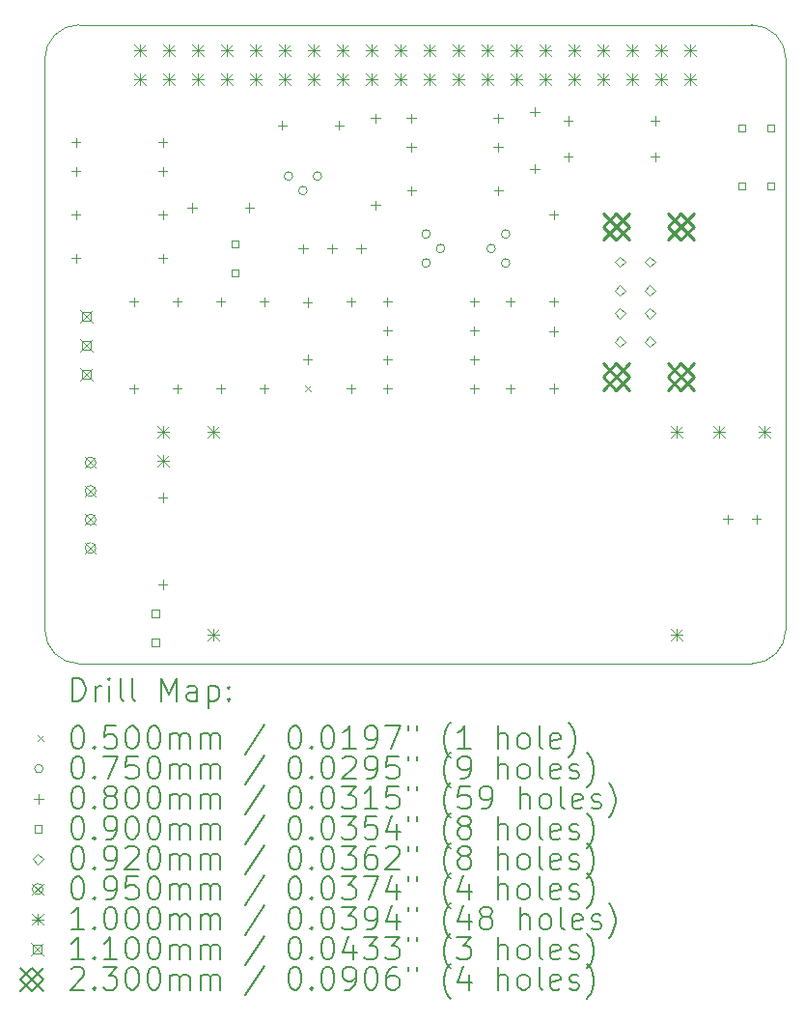
<source format=gbr>
%FSLAX45Y45*%
G04 Gerber Fmt 4.5, Leading zero omitted, Abs format (unit mm)*
G04 Created by KiCad (PCBNEW (5.99.0-12255-gad1ee958b0)) date 2021-12-04 14:30:33*
%MOMM*%
%LPD*%
G01*
G04 APERTURE LIST*
%TA.AperFunction,Profile*%
%ADD10C,0.100000*%
%TD*%
%ADD11C,0.200000*%
%ADD12C,0.050000*%
%ADD13C,0.075000*%
%ADD14C,0.080000*%
%ADD15C,0.090000*%
%ADD16C,0.092000*%
%ADD17C,0.095000*%
%ADD18C,0.100000*%
%ADD19C,0.110000*%
%ADD20C,0.230000*%
G04 APERTURE END LIST*
D10*
X14354635Y-11382285D02*
X14354636Y-6381761D01*
X7854636Y-6381761D02*
X7854636Y-11381761D01*
X14354635Y-11382285D02*
G75*
G02*
X14054636Y-11681761I-300000J524D01*
G01*
X14054636Y-6081761D02*
X8154636Y-6081761D01*
X8154636Y-11681761D02*
X14054636Y-11681761D01*
X14054636Y-6081761D02*
G75*
G02*
X14354636Y-6381761I0J-300000D01*
G01*
X7854636Y-6381761D02*
G75*
G02*
X8154636Y-6081761I300000J0D01*
G01*
X8154636Y-11681761D02*
G75*
G02*
X7854636Y-11381761I0J300000D01*
G01*
D11*
D12*
X10135000Y-9246000D02*
X10185000Y-9296000D01*
X10185000Y-9246000D02*
X10135000Y-9296000D01*
D13*
X10028976Y-7407524D02*
G75*
G03*
X10028976Y-7407524I-37500J0D01*
G01*
X10155976Y-7534524D02*
G75*
G03*
X10155976Y-7534524I-37500J0D01*
G01*
X10282976Y-7407524D02*
G75*
G03*
X10282976Y-7407524I-37500J0D01*
G01*
X11235475Y-7915524D02*
G75*
G03*
X11235475Y-7915524I-37500J0D01*
G01*
X11235475Y-8169524D02*
G75*
G03*
X11235475Y-8169524I-37500J0D01*
G01*
X11362475Y-8042524D02*
G75*
G03*
X11362475Y-8042524I-37500J0D01*
G01*
X11806975Y-8042524D02*
G75*
G03*
X11806975Y-8042524I-37500J0D01*
G01*
X11933975Y-7915524D02*
G75*
G03*
X11933975Y-7915524I-37500J0D01*
G01*
X11933975Y-8169524D02*
G75*
G03*
X11933975Y-8169524I-37500J0D01*
G01*
D14*
X8127000Y-7072500D02*
X8127000Y-7152500D01*
X8087000Y-7112500D02*
X8167000Y-7112500D01*
X8127000Y-7326500D02*
X8127000Y-7406500D01*
X8087000Y-7366500D02*
X8167000Y-7366500D01*
X8128000Y-7707000D02*
X8128000Y-7787000D01*
X8088000Y-7747000D02*
X8168000Y-7747000D01*
X8128000Y-8088000D02*
X8128000Y-8168000D01*
X8088000Y-8128000D02*
X8168000Y-8128000D01*
X8636000Y-8469000D02*
X8636000Y-8549000D01*
X8596000Y-8509000D02*
X8676000Y-8509000D01*
X8636000Y-9231000D02*
X8636000Y-9311000D01*
X8596000Y-9271000D02*
X8676000Y-9271000D01*
X8889000Y-7072500D02*
X8889000Y-7152500D01*
X8849000Y-7112500D02*
X8929000Y-7112500D01*
X8889000Y-7326500D02*
X8889000Y-7406500D01*
X8849000Y-7366500D02*
X8929000Y-7366500D01*
X8890000Y-7707000D02*
X8890000Y-7787000D01*
X8850000Y-7747000D02*
X8930000Y-7747000D01*
X8890000Y-8088000D02*
X8890000Y-8168000D01*
X8850000Y-8128000D02*
X8930000Y-8128000D01*
X8890000Y-10183500D02*
X8890000Y-10263500D01*
X8850000Y-10223500D02*
X8930000Y-10223500D01*
X8890000Y-10945500D02*
X8890000Y-11025500D01*
X8850000Y-10985500D02*
X8930000Y-10985500D01*
X9017000Y-8469000D02*
X9017000Y-8549000D01*
X8977000Y-8509000D02*
X9057000Y-8509000D01*
X9017000Y-9231000D02*
X9017000Y-9311000D01*
X8977000Y-9271000D02*
X9057000Y-9271000D01*
X9148000Y-7643500D02*
X9148000Y-7723500D01*
X9108000Y-7683500D02*
X9188000Y-7683500D01*
X9398000Y-8469000D02*
X9398000Y-8549000D01*
X9358000Y-8509000D02*
X9438000Y-8509000D01*
X9398000Y-9231000D02*
X9398000Y-9311000D01*
X9358000Y-9271000D02*
X9438000Y-9271000D01*
X9648000Y-7643500D02*
X9648000Y-7723500D01*
X9608000Y-7683500D02*
X9688000Y-7683500D01*
X9779000Y-8469000D02*
X9779000Y-8549000D01*
X9739000Y-8509000D02*
X9819000Y-8509000D01*
X9779000Y-9231000D02*
X9779000Y-9311000D01*
X9739000Y-9271000D02*
X9819000Y-9271000D01*
X9935976Y-6923024D02*
X9935976Y-7003024D01*
X9895976Y-6963024D02*
X9975976Y-6963024D01*
X10118476Y-8002524D02*
X10118476Y-8082524D01*
X10078476Y-8042524D02*
X10158476Y-8042524D01*
X10160000Y-8473000D02*
X10160000Y-8553000D01*
X10120000Y-8513000D02*
X10200000Y-8513000D01*
X10160000Y-8973000D02*
X10160000Y-9053000D01*
X10120000Y-9013000D02*
X10200000Y-9013000D01*
X10372476Y-8002524D02*
X10372476Y-8082524D01*
X10332476Y-8042524D02*
X10412476Y-8042524D01*
X10435976Y-6923024D02*
X10435976Y-7003024D01*
X10395976Y-6963024D02*
X10475976Y-6963024D01*
X10541000Y-8469000D02*
X10541000Y-8549000D01*
X10501000Y-8509000D02*
X10581000Y-8509000D01*
X10541000Y-9231000D02*
X10541000Y-9311000D01*
X10501000Y-9271000D02*
X10581000Y-9271000D01*
X10626476Y-8002524D02*
X10626476Y-8082524D01*
X10586476Y-8042524D02*
X10666476Y-8042524D01*
X10753476Y-6859524D02*
X10753476Y-6939524D01*
X10713476Y-6899524D02*
X10793476Y-6899524D01*
X10753476Y-7621524D02*
X10753476Y-7701524D01*
X10713476Y-7661524D02*
X10793476Y-7661524D01*
X10859500Y-8470000D02*
X10859500Y-8550000D01*
X10819500Y-8510000D02*
X10899500Y-8510000D01*
X10859500Y-8724000D02*
X10859500Y-8804000D01*
X10819500Y-8764000D02*
X10899500Y-8764000D01*
X10859500Y-8978000D02*
X10859500Y-9058000D01*
X10819500Y-9018000D02*
X10899500Y-9018000D01*
X10859500Y-9232000D02*
X10859500Y-9312000D01*
X10819500Y-9272000D02*
X10899500Y-9272000D01*
X11069976Y-6860024D02*
X11069976Y-6940024D01*
X11029976Y-6900024D02*
X11109976Y-6900024D01*
X11069976Y-7114024D02*
X11069976Y-7194024D01*
X11029976Y-7154024D02*
X11109976Y-7154024D01*
X11070976Y-7494524D02*
X11070976Y-7574524D01*
X11030976Y-7534524D02*
X11110976Y-7534524D01*
X11621500Y-8470000D02*
X11621500Y-8550000D01*
X11581500Y-8510000D02*
X11661500Y-8510000D01*
X11621500Y-8724000D02*
X11621500Y-8804000D01*
X11581500Y-8764000D02*
X11661500Y-8764000D01*
X11621500Y-8978000D02*
X11621500Y-9058000D01*
X11581500Y-9018000D02*
X11661500Y-9018000D01*
X11621500Y-9232000D02*
X11621500Y-9312000D01*
X11581500Y-9272000D02*
X11661500Y-9272000D01*
X11831975Y-6860024D02*
X11831975Y-6940024D01*
X11791975Y-6900024D02*
X11871975Y-6900024D01*
X11831975Y-7114024D02*
X11831975Y-7194024D01*
X11791975Y-7154024D02*
X11871975Y-7154024D01*
X11832975Y-7494524D02*
X11832975Y-7574524D01*
X11792975Y-7534524D02*
X11872975Y-7534524D01*
X11938000Y-8469000D02*
X11938000Y-8549000D01*
X11898000Y-8509000D02*
X11978000Y-8509000D01*
X11938000Y-9231000D02*
X11938000Y-9311000D01*
X11898000Y-9271000D02*
X11978000Y-9271000D01*
X12150475Y-6804024D02*
X12150475Y-6884024D01*
X12110475Y-6844024D02*
X12190475Y-6844024D01*
X12150475Y-7304024D02*
X12150475Y-7384024D01*
X12110475Y-7344024D02*
X12190475Y-7344024D01*
X12319000Y-7707000D02*
X12319000Y-7787000D01*
X12279000Y-7747000D02*
X12359000Y-7747000D01*
X12319000Y-8469000D02*
X12319000Y-8549000D01*
X12279000Y-8509000D02*
X12359000Y-8509000D01*
X12319000Y-8727000D02*
X12319000Y-8807000D01*
X12279000Y-8767000D02*
X12359000Y-8767000D01*
X12319000Y-9227000D02*
X12319000Y-9307000D01*
X12279000Y-9267000D02*
X12359000Y-9267000D01*
X12446000Y-6881500D02*
X12446000Y-6961500D01*
X12406000Y-6921500D02*
X12486000Y-6921500D01*
X12446000Y-7199000D02*
X12446000Y-7279000D01*
X12406000Y-7239000D02*
X12486000Y-7239000D01*
X13208000Y-6881500D02*
X13208000Y-6961500D01*
X13168000Y-6921500D02*
X13248000Y-6921500D01*
X13208000Y-7199000D02*
X13208000Y-7279000D01*
X13168000Y-7239000D02*
X13248000Y-7239000D01*
X13847000Y-10374000D02*
X13847000Y-10454000D01*
X13807000Y-10414000D02*
X13887000Y-10414000D01*
X14097000Y-10374000D02*
X14097000Y-10454000D01*
X14057000Y-10414000D02*
X14137000Y-10414000D01*
D15*
X8858320Y-11271820D02*
X8858320Y-11208180D01*
X8794680Y-11208180D01*
X8794680Y-11271820D01*
X8858320Y-11271820D01*
X8858320Y-11525820D02*
X8858320Y-11462180D01*
X8794680Y-11462180D01*
X8794680Y-11525820D01*
X8858320Y-11525820D01*
X9556820Y-8032320D02*
X9556820Y-7968680D01*
X9493180Y-7968680D01*
X9493180Y-8032320D01*
X9556820Y-8032320D01*
X9556820Y-8286320D02*
X9556820Y-8222680D01*
X9493180Y-8222680D01*
X9493180Y-8286320D01*
X9556820Y-8286320D01*
X14001820Y-7016820D02*
X14001820Y-6953180D01*
X13938180Y-6953180D01*
X13938180Y-7016820D01*
X14001820Y-7016820D01*
X14001820Y-7524820D02*
X14001820Y-7461180D01*
X13938180Y-7461180D01*
X13938180Y-7524820D01*
X14001820Y-7524820D01*
X14255820Y-7016820D02*
X14255820Y-6953180D01*
X14192180Y-6953180D01*
X14192180Y-7016820D01*
X14255820Y-7016820D01*
X14255820Y-7524820D02*
X14255820Y-7461180D01*
X14192180Y-7461180D01*
X14192180Y-7524820D01*
X14255820Y-7524820D01*
D16*
X12901000Y-8205000D02*
X12947000Y-8159000D01*
X12901000Y-8113000D01*
X12855000Y-8159000D01*
X12901000Y-8205000D01*
X12901000Y-8455000D02*
X12947000Y-8409000D01*
X12901000Y-8363000D01*
X12855000Y-8409000D01*
X12901000Y-8455000D01*
X12901000Y-8655000D02*
X12947000Y-8609000D01*
X12901000Y-8563000D01*
X12855000Y-8609000D01*
X12901000Y-8655000D01*
X12901000Y-8905000D02*
X12947000Y-8859000D01*
X12901000Y-8813000D01*
X12855000Y-8859000D01*
X12901000Y-8905000D01*
X13163000Y-8205000D02*
X13209000Y-8159000D01*
X13163000Y-8113000D01*
X13117000Y-8159000D01*
X13163000Y-8205000D01*
X13163000Y-8455000D02*
X13209000Y-8409000D01*
X13163000Y-8363000D01*
X13117000Y-8409000D01*
X13163000Y-8455000D01*
X13163000Y-8655000D02*
X13209000Y-8609000D01*
X13163000Y-8563000D01*
X13117000Y-8609000D01*
X13163000Y-8655000D01*
X13163000Y-8905000D02*
X13209000Y-8859000D01*
X13163000Y-8813000D01*
X13117000Y-8859000D01*
X13163000Y-8905000D01*
D17*
X8207500Y-9870500D02*
X8302500Y-9965500D01*
X8302500Y-9870500D02*
X8207500Y-9965500D01*
X8302500Y-9918000D02*
G75*
G03*
X8302500Y-9918000I-47500J0D01*
G01*
X8207500Y-10120500D02*
X8302500Y-10215500D01*
X8302500Y-10120500D02*
X8207500Y-10215500D01*
X8302500Y-10168000D02*
G75*
G03*
X8302500Y-10168000I-47500J0D01*
G01*
X8207500Y-10370500D02*
X8302500Y-10465500D01*
X8302500Y-10370500D02*
X8207500Y-10465500D01*
X8302500Y-10418000D02*
G75*
G03*
X8302500Y-10418000I-47500J0D01*
G01*
X8207500Y-10620500D02*
X8302500Y-10715500D01*
X8302500Y-10620500D02*
X8207500Y-10715500D01*
X8302500Y-10668000D02*
G75*
G03*
X8302500Y-10668000I-47500J0D01*
G01*
D18*
X8642000Y-6255000D02*
X8742000Y-6355000D01*
X8742000Y-6255000D02*
X8642000Y-6355000D01*
X8692000Y-6255000D02*
X8692000Y-6355000D01*
X8642000Y-6305000D02*
X8742000Y-6305000D01*
X8642000Y-6509000D02*
X8742000Y-6609000D01*
X8742000Y-6509000D02*
X8642000Y-6609000D01*
X8692000Y-6509000D02*
X8692000Y-6609000D01*
X8642000Y-6559000D02*
X8742000Y-6559000D01*
X8840000Y-9602000D02*
X8940000Y-9702000D01*
X8940000Y-9602000D02*
X8840000Y-9702000D01*
X8890000Y-9602000D02*
X8890000Y-9702000D01*
X8840000Y-9652000D02*
X8940000Y-9652000D01*
X8840000Y-9856000D02*
X8940000Y-9956000D01*
X8940000Y-9856000D02*
X8840000Y-9956000D01*
X8890000Y-9856000D02*
X8890000Y-9956000D01*
X8840000Y-9906000D02*
X8940000Y-9906000D01*
X8896000Y-6255000D02*
X8996000Y-6355000D01*
X8996000Y-6255000D02*
X8896000Y-6355000D01*
X8946000Y-6255000D02*
X8946000Y-6355000D01*
X8896000Y-6305000D02*
X8996000Y-6305000D01*
X8896000Y-6509000D02*
X8996000Y-6609000D01*
X8996000Y-6509000D02*
X8896000Y-6609000D01*
X8946000Y-6509000D02*
X8946000Y-6609000D01*
X8896000Y-6559000D02*
X8996000Y-6559000D01*
X9150000Y-6255000D02*
X9250000Y-6355000D01*
X9250000Y-6255000D02*
X9150000Y-6355000D01*
X9200000Y-6255000D02*
X9200000Y-6355000D01*
X9150000Y-6305000D02*
X9250000Y-6305000D01*
X9150000Y-6509000D02*
X9250000Y-6609000D01*
X9250000Y-6509000D02*
X9150000Y-6609000D01*
X9200000Y-6509000D02*
X9200000Y-6609000D01*
X9150000Y-6559000D02*
X9250000Y-6559000D01*
X9284500Y-9602000D02*
X9384500Y-9702000D01*
X9384500Y-9602000D02*
X9284500Y-9702000D01*
X9334500Y-9602000D02*
X9334500Y-9702000D01*
X9284500Y-9652000D02*
X9384500Y-9652000D01*
X9284500Y-11380000D02*
X9384500Y-11480000D01*
X9384500Y-11380000D02*
X9284500Y-11480000D01*
X9334500Y-11380000D02*
X9334500Y-11480000D01*
X9284500Y-11430000D02*
X9384500Y-11430000D01*
X9404000Y-6255000D02*
X9504000Y-6355000D01*
X9504000Y-6255000D02*
X9404000Y-6355000D01*
X9454000Y-6255000D02*
X9454000Y-6355000D01*
X9404000Y-6305000D02*
X9504000Y-6305000D01*
X9404000Y-6509000D02*
X9504000Y-6609000D01*
X9504000Y-6509000D02*
X9404000Y-6609000D01*
X9454000Y-6509000D02*
X9454000Y-6609000D01*
X9404000Y-6559000D02*
X9504000Y-6559000D01*
X9658000Y-6255000D02*
X9758000Y-6355000D01*
X9758000Y-6255000D02*
X9658000Y-6355000D01*
X9708000Y-6255000D02*
X9708000Y-6355000D01*
X9658000Y-6305000D02*
X9758000Y-6305000D01*
X9658000Y-6509000D02*
X9758000Y-6609000D01*
X9758000Y-6509000D02*
X9658000Y-6609000D01*
X9708000Y-6509000D02*
X9708000Y-6609000D01*
X9658000Y-6559000D02*
X9758000Y-6559000D01*
X9912000Y-6255000D02*
X10012000Y-6355000D01*
X10012000Y-6255000D02*
X9912000Y-6355000D01*
X9962000Y-6255000D02*
X9962000Y-6355000D01*
X9912000Y-6305000D02*
X10012000Y-6305000D01*
X9912000Y-6509000D02*
X10012000Y-6609000D01*
X10012000Y-6509000D02*
X9912000Y-6609000D01*
X9962000Y-6509000D02*
X9962000Y-6609000D01*
X9912000Y-6559000D02*
X10012000Y-6559000D01*
X10166000Y-6255000D02*
X10266000Y-6355000D01*
X10266000Y-6255000D02*
X10166000Y-6355000D01*
X10216000Y-6255000D02*
X10216000Y-6355000D01*
X10166000Y-6305000D02*
X10266000Y-6305000D01*
X10166000Y-6509000D02*
X10266000Y-6609000D01*
X10266000Y-6509000D02*
X10166000Y-6609000D01*
X10216000Y-6509000D02*
X10216000Y-6609000D01*
X10166000Y-6559000D02*
X10266000Y-6559000D01*
X10420000Y-6255000D02*
X10520000Y-6355000D01*
X10520000Y-6255000D02*
X10420000Y-6355000D01*
X10470000Y-6255000D02*
X10470000Y-6355000D01*
X10420000Y-6305000D02*
X10520000Y-6305000D01*
X10420000Y-6509000D02*
X10520000Y-6609000D01*
X10520000Y-6509000D02*
X10420000Y-6609000D01*
X10470000Y-6509000D02*
X10470000Y-6609000D01*
X10420000Y-6559000D02*
X10520000Y-6559000D01*
X10674000Y-6255000D02*
X10774000Y-6355000D01*
X10774000Y-6255000D02*
X10674000Y-6355000D01*
X10724000Y-6255000D02*
X10724000Y-6355000D01*
X10674000Y-6305000D02*
X10774000Y-6305000D01*
X10674000Y-6509000D02*
X10774000Y-6609000D01*
X10774000Y-6509000D02*
X10674000Y-6609000D01*
X10724000Y-6509000D02*
X10724000Y-6609000D01*
X10674000Y-6559000D02*
X10774000Y-6559000D01*
X10928000Y-6255000D02*
X11028000Y-6355000D01*
X11028000Y-6255000D02*
X10928000Y-6355000D01*
X10978000Y-6255000D02*
X10978000Y-6355000D01*
X10928000Y-6305000D02*
X11028000Y-6305000D01*
X10928000Y-6509000D02*
X11028000Y-6609000D01*
X11028000Y-6509000D02*
X10928000Y-6609000D01*
X10978000Y-6509000D02*
X10978000Y-6609000D01*
X10928000Y-6559000D02*
X11028000Y-6559000D01*
X11182000Y-6255000D02*
X11282000Y-6355000D01*
X11282000Y-6255000D02*
X11182000Y-6355000D01*
X11232000Y-6255000D02*
X11232000Y-6355000D01*
X11182000Y-6305000D02*
X11282000Y-6305000D01*
X11182000Y-6509000D02*
X11282000Y-6609000D01*
X11282000Y-6509000D02*
X11182000Y-6609000D01*
X11232000Y-6509000D02*
X11232000Y-6609000D01*
X11182000Y-6559000D02*
X11282000Y-6559000D01*
X11436000Y-6255000D02*
X11536000Y-6355000D01*
X11536000Y-6255000D02*
X11436000Y-6355000D01*
X11486000Y-6255000D02*
X11486000Y-6355000D01*
X11436000Y-6305000D02*
X11536000Y-6305000D01*
X11436000Y-6509000D02*
X11536000Y-6609000D01*
X11536000Y-6509000D02*
X11436000Y-6609000D01*
X11486000Y-6509000D02*
X11486000Y-6609000D01*
X11436000Y-6559000D02*
X11536000Y-6559000D01*
X11690000Y-6255000D02*
X11790000Y-6355000D01*
X11790000Y-6255000D02*
X11690000Y-6355000D01*
X11740000Y-6255000D02*
X11740000Y-6355000D01*
X11690000Y-6305000D02*
X11790000Y-6305000D01*
X11690000Y-6509000D02*
X11790000Y-6609000D01*
X11790000Y-6509000D02*
X11690000Y-6609000D01*
X11740000Y-6509000D02*
X11740000Y-6609000D01*
X11690000Y-6559000D02*
X11790000Y-6559000D01*
X11944000Y-6255000D02*
X12044000Y-6355000D01*
X12044000Y-6255000D02*
X11944000Y-6355000D01*
X11994000Y-6255000D02*
X11994000Y-6355000D01*
X11944000Y-6305000D02*
X12044000Y-6305000D01*
X11944000Y-6509000D02*
X12044000Y-6609000D01*
X12044000Y-6509000D02*
X11944000Y-6609000D01*
X11994000Y-6509000D02*
X11994000Y-6609000D01*
X11944000Y-6559000D02*
X12044000Y-6559000D01*
X12198000Y-6255000D02*
X12298000Y-6355000D01*
X12298000Y-6255000D02*
X12198000Y-6355000D01*
X12248000Y-6255000D02*
X12248000Y-6355000D01*
X12198000Y-6305000D02*
X12298000Y-6305000D01*
X12198000Y-6509000D02*
X12298000Y-6609000D01*
X12298000Y-6509000D02*
X12198000Y-6609000D01*
X12248000Y-6509000D02*
X12248000Y-6609000D01*
X12198000Y-6559000D02*
X12298000Y-6559000D01*
X12452000Y-6255000D02*
X12552000Y-6355000D01*
X12552000Y-6255000D02*
X12452000Y-6355000D01*
X12502000Y-6255000D02*
X12502000Y-6355000D01*
X12452000Y-6305000D02*
X12552000Y-6305000D01*
X12452000Y-6509000D02*
X12552000Y-6609000D01*
X12552000Y-6509000D02*
X12452000Y-6609000D01*
X12502000Y-6509000D02*
X12502000Y-6609000D01*
X12452000Y-6559000D02*
X12552000Y-6559000D01*
X12706000Y-6255000D02*
X12806000Y-6355000D01*
X12806000Y-6255000D02*
X12706000Y-6355000D01*
X12756000Y-6255000D02*
X12756000Y-6355000D01*
X12706000Y-6305000D02*
X12806000Y-6305000D01*
X12706000Y-6509000D02*
X12806000Y-6609000D01*
X12806000Y-6509000D02*
X12706000Y-6609000D01*
X12756000Y-6509000D02*
X12756000Y-6609000D01*
X12706000Y-6559000D02*
X12806000Y-6559000D01*
X12960000Y-6255000D02*
X13060000Y-6355000D01*
X13060000Y-6255000D02*
X12960000Y-6355000D01*
X13010000Y-6255000D02*
X13010000Y-6355000D01*
X12960000Y-6305000D02*
X13060000Y-6305000D01*
X12960000Y-6509000D02*
X13060000Y-6609000D01*
X13060000Y-6509000D02*
X12960000Y-6609000D01*
X13010000Y-6509000D02*
X13010000Y-6609000D01*
X12960000Y-6559000D02*
X13060000Y-6559000D01*
X13214000Y-6255000D02*
X13314000Y-6355000D01*
X13314000Y-6255000D02*
X13214000Y-6355000D01*
X13264000Y-6255000D02*
X13264000Y-6355000D01*
X13214000Y-6305000D02*
X13314000Y-6305000D01*
X13214000Y-6509000D02*
X13314000Y-6609000D01*
X13314000Y-6509000D02*
X13214000Y-6609000D01*
X13264000Y-6509000D02*
X13264000Y-6609000D01*
X13214000Y-6559000D02*
X13314000Y-6559000D01*
X13348500Y-9602000D02*
X13448500Y-9702000D01*
X13448500Y-9602000D02*
X13348500Y-9702000D01*
X13398500Y-9602000D02*
X13398500Y-9702000D01*
X13348500Y-9652000D02*
X13448500Y-9652000D01*
X13348500Y-11380000D02*
X13448500Y-11480000D01*
X13448500Y-11380000D02*
X13348500Y-11480000D01*
X13398500Y-11380000D02*
X13398500Y-11480000D01*
X13348500Y-11430000D02*
X13448500Y-11430000D01*
X13468000Y-6255000D02*
X13568000Y-6355000D01*
X13568000Y-6255000D02*
X13468000Y-6355000D01*
X13518000Y-6255000D02*
X13518000Y-6355000D01*
X13468000Y-6305000D02*
X13568000Y-6305000D01*
X13468000Y-6509000D02*
X13568000Y-6609000D01*
X13568000Y-6509000D02*
X13468000Y-6609000D01*
X13518000Y-6509000D02*
X13518000Y-6609000D01*
X13468000Y-6559000D02*
X13568000Y-6559000D01*
X13720000Y-9602000D02*
X13820000Y-9702000D01*
X13820000Y-9602000D02*
X13720000Y-9702000D01*
X13770000Y-9602000D02*
X13770000Y-9702000D01*
X13720000Y-9652000D02*
X13820000Y-9652000D01*
X14120000Y-9602000D02*
X14220000Y-9702000D01*
X14220000Y-9602000D02*
X14120000Y-9702000D01*
X14170000Y-9602000D02*
X14170000Y-9702000D01*
X14120000Y-9652000D02*
X14220000Y-9652000D01*
D19*
X8167500Y-8581000D02*
X8277500Y-8691000D01*
X8277500Y-8581000D02*
X8167500Y-8691000D01*
X8261391Y-8674891D02*
X8261391Y-8597109D01*
X8183609Y-8597109D01*
X8183609Y-8674891D01*
X8261391Y-8674891D01*
X8167500Y-8835000D02*
X8277500Y-8945000D01*
X8277500Y-8835000D02*
X8167500Y-8945000D01*
X8261391Y-8928891D02*
X8261391Y-8851109D01*
X8183609Y-8851109D01*
X8183609Y-8928891D01*
X8261391Y-8928891D01*
X8167500Y-9089000D02*
X8277500Y-9199000D01*
X8277500Y-9089000D02*
X8167500Y-9199000D01*
X8261391Y-9182891D02*
X8261391Y-9105109D01*
X8183609Y-9105109D01*
X8183609Y-9182891D01*
X8261391Y-9182891D01*
D20*
X12751000Y-7737000D02*
X12981000Y-7967000D01*
X12981000Y-7737000D02*
X12751000Y-7967000D01*
X12866000Y-7967000D02*
X12981000Y-7852000D01*
X12866000Y-7737000D01*
X12751000Y-7852000D01*
X12866000Y-7967000D01*
X12751000Y-9051000D02*
X12981000Y-9281000D01*
X12981000Y-9051000D02*
X12751000Y-9281000D01*
X12866000Y-9281000D02*
X12981000Y-9166000D01*
X12866000Y-9051000D01*
X12751000Y-9166000D01*
X12866000Y-9281000D01*
X13319000Y-7737000D02*
X13549000Y-7967000D01*
X13549000Y-7737000D02*
X13319000Y-7967000D01*
X13434000Y-7967000D02*
X13549000Y-7852000D01*
X13434000Y-7737000D01*
X13319000Y-7852000D01*
X13434000Y-7967000D01*
X13319000Y-9051000D02*
X13549000Y-9281000D01*
X13549000Y-9051000D02*
X13319000Y-9281000D01*
X13434000Y-9281000D02*
X13549000Y-9166000D01*
X13434000Y-9051000D01*
X13319000Y-9166000D01*
X13434000Y-9281000D01*
D11*
X8097255Y-12007237D02*
X8097255Y-11807237D01*
X8144874Y-11807237D01*
X8173445Y-11816761D01*
X8192493Y-11835809D01*
X8202016Y-11854856D01*
X8211540Y-11892951D01*
X8211540Y-11921523D01*
X8202016Y-11959618D01*
X8192493Y-11978666D01*
X8173445Y-11997713D01*
X8144874Y-12007237D01*
X8097255Y-12007237D01*
X8297255Y-12007237D02*
X8297255Y-11873904D01*
X8297255Y-11911999D02*
X8306778Y-11892951D01*
X8316302Y-11883428D01*
X8335350Y-11873904D01*
X8354397Y-11873904D01*
X8421064Y-12007237D02*
X8421064Y-11873904D01*
X8421064Y-11807237D02*
X8411540Y-11816761D01*
X8421064Y-11826285D01*
X8430588Y-11816761D01*
X8421064Y-11807237D01*
X8421064Y-11826285D01*
X8544874Y-12007237D02*
X8525826Y-11997713D01*
X8516302Y-11978666D01*
X8516302Y-11807237D01*
X8649636Y-12007237D02*
X8630588Y-11997713D01*
X8621064Y-11978666D01*
X8621064Y-11807237D01*
X8878207Y-12007237D02*
X8878207Y-11807237D01*
X8944874Y-11950094D01*
X9011540Y-11807237D01*
X9011540Y-12007237D01*
X9192493Y-12007237D02*
X9192493Y-11902475D01*
X9182969Y-11883428D01*
X9163921Y-11873904D01*
X9125826Y-11873904D01*
X9106778Y-11883428D01*
X9192493Y-11997713D02*
X9173445Y-12007237D01*
X9125826Y-12007237D01*
X9106778Y-11997713D01*
X9097255Y-11978666D01*
X9097255Y-11959618D01*
X9106778Y-11940571D01*
X9125826Y-11931047D01*
X9173445Y-11931047D01*
X9192493Y-11921523D01*
X9287731Y-11873904D02*
X9287731Y-12073904D01*
X9287731Y-11883428D02*
X9306778Y-11873904D01*
X9344874Y-11873904D01*
X9363921Y-11883428D01*
X9373445Y-11892951D01*
X9382969Y-11911999D01*
X9382969Y-11969142D01*
X9373445Y-11988190D01*
X9363921Y-11997713D01*
X9344874Y-12007237D01*
X9306778Y-12007237D01*
X9287731Y-11997713D01*
X9468683Y-11988190D02*
X9478207Y-11997713D01*
X9468683Y-12007237D01*
X9459159Y-11997713D01*
X9468683Y-11988190D01*
X9468683Y-12007237D01*
X9468683Y-11883428D02*
X9478207Y-11892951D01*
X9468683Y-11902475D01*
X9459159Y-11892951D01*
X9468683Y-11883428D01*
X9468683Y-11902475D01*
D12*
X7789636Y-12311761D02*
X7839636Y-12361761D01*
X7839636Y-12311761D02*
X7789636Y-12361761D01*
D11*
X8135350Y-12227237D02*
X8154397Y-12227237D01*
X8173445Y-12236761D01*
X8182969Y-12246285D01*
X8192493Y-12265332D01*
X8202016Y-12303428D01*
X8202016Y-12351047D01*
X8192493Y-12389142D01*
X8182969Y-12408190D01*
X8173445Y-12417713D01*
X8154397Y-12427237D01*
X8135350Y-12427237D01*
X8116302Y-12417713D01*
X8106778Y-12408190D01*
X8097255Y-12389142D01*
X8087731Y-12351047D01*
X8087731Y-12303428D01*
X8097255Y-12265332D01*
X8106778Y-12246285D01*
X8116302Y-12236761D01*
X8135350Y-12227237D01*
X8287731Y-12408190D02*
X8297255Y-12417713D01*
X8287731Y-12427237D01*
X8278207Y-12417713D01*
X8287731Y-12408190D01*
X8287731Y-12427237D01*
X8478207Y-12227237D02*
X8382969Y-12227237D01*
X8373445Y-12322475D01*
X8382969Y-12312951D01*
X8402017Y-12303428D01*
X8449636Y-12303428D01*
X8468683Y-12312951D01*
X8478207Y-12322475D01*
X8487731Y-12341523D01*
X8487731Y-12389142D01*
X8478207Y-12408190D01*
X8468683Y-12417713D01*
X8449636Y-12427237D01*
X8402017Y-12427237D01*
X8382969Y-12417713D01*
X8373445Y-12408190D01*
X8611540Y-12227237D02*
X8630588Y-12227237D01*
X8649636Y-12236761D01*
X8659159Y-12246285D01*
X8668683Y-12265332D01*
X8678207Y-12303428D01*
X8678207Y-12351047D01*
X8668683Y-12389142D01*
X8659159Y-12408190D01*
X8649636Y-12417713D01*
X8630588Y-12427237D01*
X8611540Y-12427237D01*
X8592493Y-12417713D01*
X8582969Y-12408190D01*
X8573445Y-12389142D01*
X8563921Y-12351047D01*
X8563921Y-12303428D01*
X8573445Y-12265332D01*
X8582969Y-12246285D01*
X8592493Y-12236761D01*
X8611540Y-12227237D01*
X8802017Y-12227237D02*
X8821064Y-12227237D01*
X8840112Y-12236761D01*
X8849636Y-12246285D01*
X8859159Y-12265332D01*
X8868683Y-12303428D01*
X8868683Y-12351047D01*
X8859159Y-12389142D01*
X8849636Y-12408190D01*
X8840112Y-12417713D01*
X8821064Y-12427237D01*
X8802017Y-12427237D01*
X8782969Y-12417713D01*
X8773445Y-12408190D01*
X8763921Y-12389142D01*
X8754398Y-12351047D01*
X8754398Y-12303428D01*
X8763921Y-12265332D01*
X8773445Y-12246285D01*
X8782969Y-12236761D01*
X8802017Y-12227237D01*
X8954398Y-12427237D02*
X8954398Y-12293904D01*
X8954398Y-12312951D02*
X8963921Y-12303428D01*
X8982969Y-12293904D01*
X9011540Y-12293904D01*
X9030588Y-12303428D01*
X9040112Y-12322475D01*
X9040112Y-12427237D01*
X9040112Y-12322475D02*
X9049636Y-12303428D01*
X9068683Y-12293904D01*
X9097255Y-12293904D01*
X9116302Y-12303428D01*
X9125826Y-12322475D01*
X9125826Y-12427237D01*
X9221064Y-12427237D02*
X9221064Y-12293904D01*
X9221064Y-12312951D02*
X9230588Y-12303428D01*
X9249636Y-12293904D01*
X9278207Y-12293904D01*
X9297255Y-12303428D01*
X9306778Y-12322475D01*
X9306778Y-12427237D01*
X9306778Y-12322475D02*
X9316302Y-12303428D01*
X9335350Y-12293904D01*
X9363921Y-12293904D01*
X9382969Y-12303428D01*
X9392493Y-12322475D01*
X9392493Y-12427237D01*
X9782969Y-12217713D02*
X9611540Y-12474856D01*
X10040112Y-12227237D02*
X10059159Y-12227237D01*
X10078207Y-12236761D01*
X10087731Y-12246285D01*
X10097255Y-12265332D01*
X10106778Y-12303428D01*
X10106778Y-12351047D01*
X10097255Y-12389142D01*
X10087731Y-12408190D01*
X10078207Y-12417713D01*
X10059159Y-12427237D01*
X10040112Y-12427237D01*
X10021064Y-12417713D01*
X10011540Y-12408190D01*
X10002017Y-12389142D01*
X9992493Y-12351047D01*
X9992493Y-12303428D01*
X10002017Y-12265332D01*
X10011540Y-12246285D01*
X10021064Y-12236761D01*
X10040112Y-12227237D01*
X10192493Y-12408190D02*
X10202017Y-12417713D01*
X10192493Y-12427237D01*
X10182969Y-12417713D01*
X10192493Y-12408190D01*
X10192493Y-12427237D01*
X10325826Y-12227237D02*
X10344874Y-12227237D01*
X10363921Y-12236761D01*
X10373445Y-12246285D01*
X10382969Y-12265332D01*
X10392493Y-12303428D01*
X10392493Y-12351047D01*
X10382969Y-12389142D01*
X10373445Y-12408190D01*
X10363921Y-12417713D01*
X10344874Y-12427237D01*
X10325826Y-12427237D01*
X10306778Y-12417713D01*
X10297255Y-12408190D01*
X10287731Y-12389142D01*
X10278207Y-12351047D01*
X10278207Y-12303428D01*
X10287731Y-12265332D01*
X10297255Y-12246285D01*
X10306778Y-12236761D01*
X10325826Y-12227237D01*
X10582969Y-12427237D02*
X10468683Y-12427237D01*
X10525826Y-12427237D02*
X10525826Y-12227237D01*
X10506778Y-12255809D01*
X10487731Y-12274856D01*
X10468683Y-12284380D01*
X10678207Y-12427237D02*
X10716302Y-12427237D01*
X10735350Y-12417713D01*
X10744874Y-12408190D01*
X10763921Y-12379618D01*
X10773445Y-12341523D01*
X10773445Y-12265332D01*
X10763921Y-12246285D01*
X10754398Y-12236761D01*
X10735350Y-12227237D01*
X10697255Y-12227237D01*
X10678207Y-12236761D01*
X10668683Y-12246285D01*
X10659159Y-12265332D01*
X10659159Y-12312951D01*
X10668683Y-12331999D01*
X10678207Y-12341523D01*
X10697255Y-12351047D01*
X10735350Y-12351047D01*
X10754398Y-12341523D01*
X10763921Y-12331999D01*
X10773445Y-12312951D01*
X10840112Y-12227237D02*
X10973445Y-12227237D01*
X10887731Y-12427237D01*
X11040112Y-12227237D02*
X11040112Y-12265332D01*
X11116302Y-12227237D02*
X11116302Y-12265332D01*
X11411540Y-12503428D02*
X11402016Y-12493904D01*
X11382969Y-12465332D01*
X11373445Y-12446285D01*
X11363921Y-12417713D01*
X11354397Y-12370094D01*
X11354397Y-12331999D01*
X11363921Y-12284380D01*
X11373445Y-12255809D01*
X11382969Y-12236761D01*
X11402016Y-12208190D01*
X11411540Y-12198666D01*
X11592493Y-12427237D02*
X11478207Y-12427237D01*
X11535350Y-12427237D02*
X11535350Y-12227237D01*
X11516302Y-12255809D01*
X11497255Y-12274856D01*
X11478207Y-12284380D01*
X11830588Y-12427237D02*
X11830588Y-12227237D01*
X11916302Y-12427237D02*
X11916302Y-12322475D01*
X11906778Y-12303428D01*
X11887731Y-12293904D01*
X11859159Y-12293904D01*
X11840112Y-12303428D01*
X11830588Y-12312951D01*
X12040112Y-12427237D02*
X12021064Y-12417713D01*
X12011540Y-12408190D01*
X12002016Y-12389142D01*
X12002016Y-12331999D01*
X12011540Y-12312951D01*
X12021064Y-12303428D01*
X12040112Y-12293904D01*
X12068683Y-12293904D01*
X12087731Y-12303428D01*
X12097255Y-12312951D01*
X12106778Y-12331999D01*
X12106778Y-12389142D01*
X12097255Y-12408190D01*
X12087731Y-12417713D01*
X12068683Y-12427237D01*
X12040112Y-12427237D01*
X12221064Y-12427237D02*
X12202016Y-12417713D01*
X12192493Y-12398666D01*
X12192493Y-12227237D01*
X12373445Y-12417713D02*
X12354397Y-12427237D01*
X12316302Y-12427237D01*
X12297255Y-12417713D01*
X12287731Y-12398666D01*
X12287731Y-12322475D01*
X12297255Y-12303428D01*
X12316302Y-12293904D01*
X12354397Y-12293904D01*
X12373445Y-12303428D01*
X12382969Y-12322475D01*
X12382969Y-12341523D01*
X12287731Y-12360571D01*
X12449635Y-12503428D02*
X12459159Y-12493904D01*
X12478207Y-12465332D01*
X12487731Y-12446285D01*
X12497255Y-12417713D01*
X12506778Y-12370094D01*
X12506778Y-12331999D01*
X12497255Y-12284380D01*
X12487731Y-12255809D01*
X12478207Y-12236761D01*
X12459159Y-12208190D01*
X12449635Y-12198666D01*
D13*
X7839636Y-12600761D02*
G75*
G03*
X7839636Y-12600761I-37500J0D01*
G01*
D11*
X8135350Y-12491237D02*
X8154397Y-12491237D01*
X8173445Y-12500761D01*
X8182969Y-12510285D01*
X8192493Y-12529332D01*
X8202016Y-12567428D01*
X8202016Y-12615047D01*
X8192493Y-12653142D01*
X8182969Y-12672190D01*
X8173445Y-12681713D01*
X8154397Y-12691237D01*
X8135350Y-12691237D01*
X8116302Y-12681713D01*
X8106778Y-12672190D01*
X8097255Y-12653142D01*
X8087731Y-12615047D01*
X8087731Y-12567428D01*
X8097255Y-12529332D01*
X8106778Y-12510285D01*
X8116302Y-12500761D01*
X8135350Y-12491237D01*
X8287731Y-12672190D02*
X8297255Y-12681713D01*
X8287731Y-12691237D01*
X8278207Y-12681713D01*
X8287731Y-12672190D01*
X8287731Y-12691237D01*
X8363921Y-12491237D02*
X8497255Y-12491237D01*
X8411540Y-12691237D01*
X8668683Y-12491237D02*
X8573445Y-12491237D01*
X8563921Y-12586475D01*
X8573445Y-12576951D01*
X8592493Y-12567428D01*
X8640112Y-12567428D01*
X8659159Y-12576951D01*
X8668683Y-12586475D01*
X8678207Y-12605523D01*
X8678207Y-12653142D01*
X8668683Y-12672190D01*
X8659159Y-12681713D01*
X8640112Y-12691237D01*
X8592493Y-12691237D01*
X8573445Y-12681713D01*
X8563921Y-12672190D01*
X8802017Y-12491237D02*
X8821064Y-12491237D01*
X8840112Y-12500761D01*
X8849636Y-12510285D01*
X8859159Y-12529332D01*
X8868683Y-12567428D01*
X8868683Y-12615047D01*
X8859159Y-12653142D01*
X8849636Y-12672190D01*
X8840112Y-12681713D01*
X8821064Y-12691237D01*
X8802017Y-12691237D01*
X8782969Y-12681713D01*
X8773445Y-12672190D01*
X8763921Y-12653142D01*
X8754398Y-12615047D01*
X8754398Y-12567428D01*
X8763921Y-12529332D01*
X8773445Y-12510285D01*
X8782969Y-12500761D01*
X8802017Y-12491237D01*
X8954398Y-12691237D02*
X8954398Y-12557904D01*
X8954398Y-12576951D02*
X8963921Y-12567428D01*
X8982969Y-12557904D01*
X9011540Y-12557904D01*
X9030588Y-12567428D01*
X9040112Y-12586475D01*
X9040112Y-12691237D01*
X9040112Y-12586475D02*
X9049636Y-12567428D01*
X9068683Y-12557904D01*
X9097255Y-12557904D01*
X9116302Y-12567428D01*
X9125826Y-12586475D01*
X9125826Y-12691237D01*
X9221064Y-12691237D02*
X9221064Y-12557904D01*
X9221064Y-12576951D02*
X9230588Y-12567428D01*
X9249636Y-12557904D01*
X9278207Y-12557904D01*
X9297255Y-12567428D01*
X9306778Y-12586475D01*
X9306778Y-12691237D01*
X9306778Y-12586475D02*
X9316302Y-12567428D01*
X9335350Y-12557904D01*
X9363921Y-12557904D01*
X9382969Y-12567428D01*
X9392493Y-12586475D01*
X9392493Y-12691237D01*
X9782969Y-12481713D02*
X9611540Y-12738856D01*
X10040112Y-12491237D02*
X10059159Y-12491237D01*
X10078207Y-12500761D01*
X10087731Y-12510285D01*
X10097255Y-12529332D01*
X10106778Y-12567428D01*
X10106778Y-12615047D01*
X10097255Y-12653142D01*
X10087731Y-12672190D01*
X10078207Y-12681713D01*
X10059159Y-12691237D01*
X10040112Y-12691237D01*
X10021064Y-12681713D01*
X10011540Y-12672190D01*
X10002017Y-12653142D01*
X9992493Y-12615047D01*
X9992493Y-12567428D01*
X10002017Y-12529332D01*
X10011540Y-12510285D01*
X10021064Y-12500761D01*
X10040112Y-12491237D01*
X10192493Y-12672190D02*
X10202017Y-12681713D01*
X10192493Y-12691237D01*
X10182969Y-12681713D01*
X10192493Y-12672190D01*
X10192493Y-12691237D01*
X10325826Y-12491237D02*
X10344874Y-12491237D01*
X10363921Y-12500761D01*
X10373445Y-12510285D01*
X10382969Y-12529332D01*
X10392493Y-12567428D01*
X10392493Y-12615047D01*
X10382969Y-12653142D01*
X10373445Y-12672190D01*
X10363921Y-12681713D01*
X10344874Y-12691237D01*
X10325826Y-12691237D01*
X10306778Y-12681713D01*
X10297255Y-12672190D01*
X10287731Y-12653142D01*
X10278207Y-12615047D01*
X10278207Y-12567428D01*
X10287731Y-12529332D01*
X10297255Y-12510285D01*
X10306778Y-12500761D01*
X10325826Y-12491237D01*
X10468683Y-12510285D02*
X10478207Y-12500761D01*
X10497255Y-12491237D01*
X10544874Y-12491237D01*
X10563921Y-12500761D01*
X10573445Y-12510285D01*
X10582969Y-12529332D01*
X10582969Y-12548380D01*
X10573445Y-12576951D01*
X10459159Y-12691237D01*
X10582969Y-12691237D01*
X10678207Y-12691237D02*
X10716302Y-12691237D01*
X10735350Y-12681713D01*
X10744874Y-12672190D01*
X10763921Y-12643618D01*
X10773445Y-12605523D01*
X10773445Y-12529332D01*
X10763921Y-12510285D01*
X10754398Y-12500761D01*
X10735350Y-12491237D01*
X10697255Y-12491237D01*
X10678207Y-12500761D01*
X10668683Y-12510285D01*
X10659159Y-12529332D01*
X10659159Y-12576951D01*
X10668683Y-12595999D01*
X10678207Y-12605523D01*
X10697255Y-12615047D01*
X10735350Y-12615047D01*
X10754398Y-12605523D01*
X10763921Y-12595999D01*
X10773445Y-12576951D01*
X10954398Y-12491237D02*
X10859159Y-12491237D01*
X10849636Y-12586475D01*
X10859159Y-12576951D01*
X10878207Y-12567428D01*
X10925826Y-12567428D01*
X10944874Y-12576951D01*
X10954398Y-12586475D01*
X10963921Y-12605523D01*
X10963921Y-12653142D01*
X10954398Y-12672190D01*
X10944874Y-12681713D01*
X10925826Y-12691237D01*
X10878207Y-12691237D01*
X10859159Y-12681713D01*
X10849636Y-12672190D01*
X11040112Y-12491237D02*
X11040112Y-12529332D01*
X11116302Y-12491237D02*
X11116302Y-12529332D01*
X11411540Y-12767428D02*
X11402016Y-12757904D01*
X11382969Y-12729332D01*
X11373445Y-12710285D01*
X11363921Y-12681713D01*
X11354397Y-12634094D01*
X11354397Y-12595999D01*
X11363921Y-12548380D01*
X11373445Y-12519809D01*
X11382969Y-12500761D01*
X11402016Y-12472190D01*
X11411540Y-12462666D01*
X11497255Y-12691237D02*
X11535350Y-12691237D01*
X11554397Y-12681713D01*
X11563921Y-12672190D01*
X11582969Y-12643618D01*
X11592493Y-12605523D01*
X11592493Y-12529332D01*
X11582969Y-12510285D01*
X11573445Y-12500761D01*
X11554397Y-12491237D01*
X11516302Y-12491237D01*
X11497255Y-12500761D01*
X11487731Y-12510285D01*
X11478207Y-12529332D01*
X11478207Y-12576951D01*
X11487731Y-12595999D01*
X11497255Y-12605523D01*
X11516302Y-12615047D01*
X11554397Y-12615047D01*
X11573445Y-12605523D01*
X11582969Y-12595999D01*
X11592493Y-12576951D01*
X11830588Y-12691237D02*
X11830588Y-12491237D01*
X11916302Y-12691237D02*
X11916302Y-12586475D01*
X11906778Y-12567428D01*
X11887731Y-12557904D01*
X11859159Y-12557904D01*
X11840112Y-12567428D01*
X11830588Y-12576951D01*
X12040112Y-12691237D02*
X12021064Y-12681713D01*
X12011540Y-12672190D01*
X12002016Y-12653142D01*
X12002016Y-12595999D01*
X12011540Y-12576951D01*
X12021064Y-12567428D01*
X12040112Y-12557904D01*
X12068683Y-12557904D01*
X12087731Y-12567428D01*
X12097255Y-12576951D01*
X12106778Y-12595999D01*
X12106778Y-12653142D01*
X12097255Y-12672190D01*
X12087731Y-12681713D01*
X12068683Y-12691237D01*
X12040112Y-12691237D01*
X12221064Y-12691237D02*
X12202016Y-12681713D01*
X12192493Y-12662666D01*
X12192493Y-12491237D01*
X12373445Y-12681713D02*
X12354397Y-12691237D01*
X12316302Y-12691237D01*
X12297255Y-12681713D01*
X12287731Y-12662666D01*
X12287731Y-12586475D01*
X12297255Y-12567428D01*
X12316302Y-12557904D01*
X12354397Y-12557904D01*
X12373445Y-12567428D01*
X12382969Y-12586475D01*
X12382969Y-12605523D01*
X12287731Y-12624571D01*
X12459159Y-12681713D02*
X12478207Y-12691237D01*
X12516302Y-12691237D01*
X12535350Y-12681713D01*
X12544874Y-12662666D01*
X12544874Y-12653142D01*
X12535350Y-12634094D01*
X12516302Y-12624571D01*
X12487731Y-12624571D01*
X12468683Y-12615047D01*
X12459159Y-12595999D01*
X12459159Y-12586475D01*
X12468683Y-12567428D01*
X12487731Y-12557904D01*
X12516302Y-12557904D01*
X12535350Y-12567428D01*
X12611540Y-12767428D02*
X12621064Y-12757904D01*
X12640112Y-12729332D01*
X12649635Y-12710285D01*
X12659159Y-12681713D01*
X12668683Y-12634094D01*
X12668683Y-12595999D01*
X12659159Y-12548380D01*
X12649635Y-12519809D01*
X12640112Y-12500761D01*
X12621064Y-12472190D01*
X12611540Y-12462666D01*
D14*
X7799636Y-12824761D02*
X7799636Y-12904761D01*
X7759636Y-12864761D02*
X7839636Y-12864761D01*
D11*
X8135350Y-12755237D02*
X8154397Y-12755237D01*
X8173445Y-12764761D01*
X8182969Y-12774285D01*
X8192493Y-12793332D01*
X8202016Y-12831428D01*
X8202016Y-12879047D01*
X8192493Y-12917142D01*
X8182969Y-12936190D01*
X8173445Y-12945713D01*
X8154397Y-12955237D01*
X8135350Y-12955237D01*
X8116302Y-12945713D01*
X8106778Y-12936190D01*
X8097255Y-12917142D01*
X8087731Y-12879047D01*
X8087731Y-12831428D01*
X8097255Y-12793332D01*
X8106778Y-12774285D01*
X8116302Y-12764761D01*
X8135350Y-12755237D01*
X8287731Y-12936190D02*
X8297255Y-12945713D01*
X8287731Y-12955237D01*
X8278207Y-12945713D01*
X8287731Y-12936190D01*
X8287731Y-12955237D01*
X8411540Y-12840951D02*
X8392493Y-12831428D01*
X8382969Y-12821904D01*
X8373445Y-12802856D01*
X8373445Y-12793332D01*
X8382969Y-12774285D01*
X8392493Y-12764761D01*
X8411540Y-12755237D01*
X8449636Y-12755237D01*
X8468683Y-12764761D01*
X8478207Y-12774285D01*
X8487731Y-12793332D01*
X8487731Y-12802856D01*
X8478207Y-12821904D01*
X8468683Y-12831428D01*
X8449636Y-12840951D01*
X8411540Y-12840951D01*
X8392493Y-12850475D01*
X8382969Y-12859999D01*
X8373445Y-12879047D01*
X8373445Y-12917142D01*
X8382969Y-12936190D01*
X8392493Y-12945713D01*
X8411540Y-12955237D01*
X8449636Y-12955237D01*
X8468683Y-12945713D01*
X8478207Y-12936190D01*
X8487731Y-12917142D01*
X8487731Y-12879047D01*
X8478207Y-12859999D01*
X8468683Y-12850475D01*
X8449636Y-12840951D01*
X8611540Y-12755237D02*
X8630588Y-12755237D01*
X8649636Y-12764761D01*
X8659159Y-12774285D01*
X8668683Y-12793332D01*
X8678207Y-12831428D01*
X8678207Y-12879047D01*
X8668683Y-12917142D01*
X8659159Y-12936190D01*
X8649636Y-12945713D01*
X8630588Y-12955237D01*
X8611540Y-12955237D01*
X8592493Y-12945713D01*
X8582969Y-12936190D01*
X8573445Y-12917142D01*
X8563921Y-12879047D01*
X8563921Y-12831428D01*
X8573445Y-12793332D01*
X8582969Y-12774285D01*
X8592493Y-12764761D01*
X8611540Y-12755237D01*
X8802017Y-12755237D02*
X8821064Y-12755237D01*
X8840112Y-12764761D01*
X8849636Y-12774285D01*
X8859159Y-12793332D01*
X8868683Y-12831428D01*
X8868683Y-12879047D01*
X8859159Y-12917142D01*
X8849636Y-12936190D01*
X8840112Y-12945713D01*
X8821064Y-12955237D01*
X8802017Y-12955237D01*
X8782969Y-12945713D01*
X8773445Y-12936190D01*
X8763921Y-12917142D01*
X8754398Y-12879047D01*
X8754398Y-12831428D01*
X8763921Y-12793332D01*
X8773445Y-12774285D01*
X8782969Y-12764761D01*
X8802017Y-12755237D01*
X8954398Y-12955237D02*
X8954398Y-12821904D01*
X8954398Y-12840951D02*
X8963921Y-12831428D01*
X8982969Y-12821904D01*
X9011540Y-12821904D01*
X9030588Y-12831428D01*
X9040112Y-12850475D01*
X9040112Y-12955237D01*
X9040112Y-12850475D02*
X9049636Y-12831428D01*
X9068683Y-12821904D01*
X9097255Y-12821904D01*
X9116302Y-12831428D01*
X9125826Y-12850475D01*
X9125826Y-12955237D01*
X9221064Y-12955237D02*
X9221064Y-12821904D01*
X9221064Y-12840951D02*
X9230588Y-12831428D01*
X9249636Y-12821904D01*
X9278207Y-12821904D01*
X9297255Y-12831428D01*
X9306778Y-12850475D01*
X9306778Y-12955237D01*
X9306778Y-12850475D02*
X9316302Y-12831428D01*
X9335350Y-12821904D01*
X9363921Y-12821904D01*
X9382969Y-12831428D01*
X9392493Y-12850475D01*
X9392493Y-12955237D01*
X9782969Y-12745713D02*
X9611540Y-13002856D01*
X10040112Y-12755237D02*
X10059159Y-12755237D01*
X10078207Y-12764761D01*
X10087731Y-12774285D01*
X10097255Y-12793332D01*
X10106778Y-12831428D01*
X10106778Y-12879047D01*
X10097255Y-12917142D01*
X10087731Y-12936190D01*
X10078207Y-12945713D01*
X10059159Y-12955237D01*
X10040112Y-12955237D01*
X10021064Y-12945713D01*
X10011540Y-12936190D01*
X10002017Y-12917142D01*
X9992493Y-12879047D01*
X9992493Y-12831428D01*
X10002017Y-12793332D01*
X10011540Y-12774285D01*
X10021064Y-12764761D01*
X10040112Y-12755237D01*
X10192493Y-12936190D02*
X10202017Y-12945713D01*
X10192493Y-12955237D01*
X10182969Y-12945713D01*
X10192493Y-12936190D01*
X10192493Y-12955237D01*
X10325826Y-12755237D02*
X10344874Y-12755237D01*
X10363921Y-12764761D01*
X10373445Y-12774285D01*
X10382969Y-12793332D01*
X10392493Y-12831428D01*
X10392493Y-12879047D01*
X10382969Y-12917142D01*
X10373445Y-12936190D01*
X10363921Y-12945713D01*
X10344874Y-12955237D01*
X10325826Y-12955237D01*
X10306778Y-12945713D01*
X10297255Y-12936190D01*
X10287731Y-12917142D01*
X10278207Y-12879047D01*
X10278207Y-12831428D01*
X10287731Y-12793332D01*
X10297255Y-12774285D01*
X10306778Y-12764761D01*
X10325826Y-12755237D01*
X10459159Y-12755237D02*
X10582969Y-12755237D01*
X10516302Y-12831428D01*
X10544874Y-12831428D01*
X10563921Y-12840951D01*
X10573445Y-12850475D01*
X10582969Y-12869523D01*
X10582969Y-12917142D01*
X10573445Y-12936190D01*
X10563921Y-12945713D01*
X10544874Y-12955237D01*
X10487731Y-12955237D01*
X10468683Y-12945713D01*
X10459159Y-12936190D01*
X10773445Y-12955237D02*
X10659159Y-12955237D01*
X10716302Y-12955237D02*
X10716302Y-12755237D01*
X10697255Y-12783809D01*
X10678207Y-12802856D01*
X10659159Y-12812380D01*
X10954398Y-12755237D02*
X10859159Y-12755237D01*
X10849636Y-12850475D01*
X10859159Y-12840951D01*
X10878207Y-12831428D01*
X10925826Y-12831428D01*
X10944874Y-12840951D01*
X10954398Y-12850475D01*
X10963921Y-12869523D01*
X10963921Y-12917142D01*
X10954398Y-12936190D01*
X10944874Y-12945713D01*
X10925826Y-12955237D01*
X10878207Y-12955237D01*
X10859159Y-12945713D01*
X10849636Y-12936190D01*
X11040112Y-12755237D02*
X11040112Y-12793332D01*
X11116302Y-12755237D02*
X11116302Y-12793332D01*
X11411540Y-13031428D02*
X11402016Y-13021904D01*
X11382969Y-12993332D01*
X11373445Y-12974285D01*
X11363921Y-12945713D01*
X11354397Y-12898094D01*
X11354397Y-12859999D01*
X11363921Y-12812380D01*
X11373445Y-12783809D01*
X11382969Y-12764761D01*
X11402016Y-12736190D01*
X11411540Y-12726666D01*
X11582969Y-12755237D02*
X11487731Y-12755237D01*
X11478207Y-12850475D01*
X11487731Y-12840951D01*
X11506778Y-12831428D01*
X11554397Y-12831428D01*
X11573445Y-12840951D01*
X11582969Y-12850475D01*
X11592493Y-12869523D01*
X11592493Y-12917142D01*
X11582969Y-12936190D01*
X11573445Y-12945713D01*
X11554397Y-12955237D01*
X11506778Y-12955237D01*
X11487731Y-12945713D01*
X11478207Y-12936190D01*
X11687731Y-12955237D02*
X11725826Y-12955237D01*
X11744874Y-12945713D01*
X11754397Y-12936190D01*
X11773445Y-12907618D01*
X11782969Y-12869523D01*
X11782969Y-12793332D01*
X11773445Y-12774285D01*
X11763921Y-12764761D01*
X11744874Y-12755237D01*
X11706778Y-12755237D01*
X11687731Y-12764761D01*
X11678207Y-12774285D01*
X11668683Y-12793332D01*
X11668683Y-12840951D01*
X11678207Y-12859999D01*
X11687731Y-12869523D01*
X11706778Y-12879047D01*
X11744874Y-12879047D01*
X11763921Y-12869523D01*
X11773445Y-12859999D01*
X11782969Y-12840951D01*
X12021064Y-12955237D02*
X12021064Y-12755237D01*
X12106778Y-12955237D02*
X12106778Y-12850475D01*
X12097255Y-12831428D01*
X12078207Y-12821904D01*
X12049635Y-12821904D01*
X12030588Y-12831428D01*
X12021064Y-12840951D01*
X12230588Y-12955237D02*
X12211540Y-12945713D01*
X12202016Y-12936190D01*
X12192493Y-12917142D01*
X12192493Y-12859999D01*
X12202016Y-12840951D01*
X12211540Y-12831428D01*
X12230588Y-12821904D01*
X12259159Y-12821904D01*
X12278207Y-12831428D01*
X12287731Y-12840951D01*
X12297255Y-12859999D01*
X12297255Y-12917142D01*
X12287731Y-12936190D01*
X12278207Y-12945713D01*
X12259159Y-12955237D01*
X12230588Y-12955237D01*
X12411540Y-12955237D02*
X12392493Y-12945713D01*
X12382969Y-12926666D01*
X12382969Y-12755237D01*
X12563921Y-12945713D02*
X12544874Y-12955237D01*
X12506778Y-12955237D01*
X12487731Y-12945713D01*
X12478207Y-12926666D01*
X12478207Y-12850475D01*
X12487731Y-12831428D01*
X12506778Y-12821904D01*
X12544874Y-12821904D01*
X12563921Y-12831428D01*
X12573445Y-12850475D01*
X12573445Y-12869523D01*
X12478207Y-12888571D01*
X12649635Y-12945713D02*
X12668683Y-12955237D01*
X12706778Y-12955237D01*
X12725826Y-12945713D01*
X12735350Y-12926666D01*
X12735350Y-12917142D01*
X12725826Y-12898094D01*
X12706778Y-12888571D01*
X12678207Y-12888571D01*
X12659159Y-12879047D01*
X12649635Y-12859999D01*
X12649635Y-12850475D01*
X12659159Y-12831428D01*
X12678207Y-12821904D01*
X12706778Y-12821904D01*
X12725826Y-12831428D01*
X12802016Y-13031428D02*
X12811540Y-13021904D01*
X12830588Y-12993332D01*
X12840112Y-12974285D01*
X12849635Y-12945713D01*
X12859159Y-12898094D01*
X12859159Y-12859999D01*
X12849635Y-12812380D01*
X12840112Y-12783809D01*
X12830588Y-12764761D01*
X12811540Y-12736190D01*
X12802016Y-12726666D01*
D15*
X7826456Y-13160581D02*
X7826456Y-13096941D01*
X7762815Y-13096941D01*
X7762815Y-13160581D01*
X7826456Y-13160581D01*
D11*
X8135350Y-13019237D02*
X8154397Y-13019237D01*
X8173445Y-13028761D01*
X8182969Y-13038285D01*
X8192493Y-13057332D01*
X8202016Y-13095428D01*
X8202016Y-13143047D01*
X8192493Y-13181142D01*
X8182969Y-13200190D01*
X8173445Y-13209713D01*
X8154397Y-13219237D01*
X8135350Y-13219237D01*
X8116302Y-13209713D01*
X8106778Y-13200190D01*
X8097255Y-13181142D01*
X8087731Y-13143047D01*
X8087731Y-13095428D01*
X8097255Y-13057332D01*
X8106778Y-13038285D01*
X8116302Y-13028761D01*
X8135350Y-13019237D01*
X8287731Y-13200190D02*
X8297255Y-13209713D01*
X8287731Y-13219237D01*
X8278207Y-13209713D01*
X8287731Y-13200190D01*
X8287731Y-13219237D01*
X8392493Y-13219237D02*
X8430588Y-13219237D01*
X8449636Y-13209713D01*
X8459159Y-13200190D01*
X8478207Y-13171618D01*
X8487731Y-13133523D01*
X8487731Y-13057332D01*
X8478207Y-13038285D01*
X8468683Y-13028761D01*
X8449636Y-13019237D01*
X8411540Y-13019237D01*
X8392493Y-13028761D01*
X8382969Y-13038285D01*
X8373445Y-13057332D01*
X8373445Y-13104951D01*
X8382969Y-13123999D01*
X8392493Y-13133523D01*
X8411540Y-13143047D01*
X8449636Y-13143047D01*
X8468683Y-13133523D01*
X8478207Y-13123999D01*
X8487731Y-13104951D01*
X8611540Y-13019237D02*
X8630588Y-13019237D01*
X8649636Y-13028761D01*
X8659159Y-13038285D01*
X8668683Y-13057332D01*
X8678207Y-13095428D01*
X8678207Y-13143047D01*
X8668683Y-13181142D01*
X8659159Y-13200190D01*
X8649636Y-13209713D01*
X8630588Y-13219237D01*
X8611540Y-13219237D01*
X8592493Y-13209713D01*
X8582969Y-13200190D01*
X8573445Y-13181142D01*
X8563921Y-13143047D01*
X8563921Y-13095428D01*
X8573445Y-13057332D01*
X8582969Y-13038285D01*
X8592493Y-13028761D01*
X8611540Y-13019237D01*
X8802017Y-13019237D02*
X8821064Y-13019237D01*
X8840112Y-13028761D01*
X8849636Y-13038285D01*
X8859159Y-13057332D01*
X8868683Y-13095428D01*
X8868683Y-13143047D01*
X8859159Y-13181142D01*
X8849636Y-13200190D01*
X8840112Y-13209713D01*
X8821064Y-13219237D01*
X8802017Y-13219237D01*
X8782969Y-13209713D01*
X8773445Y-13200190D01*
X8763921Y-13181142D01*
X8754398Y-13143047D01*
X8754398Y-13095428D01*
X8763921Y-13057332D01*
X8773445Y-13038285D01*
X8782969Y-13028761D01*
X8802017Y-13019237D01*
X8954398Y-13219237D02*
X8954398Y-13085904D01*
X8954398Y-13104951D02*
X8963921Y-13095428D01*
X8982969Y-13085904D01*
X9011540Y-13085904D01*
X9030588Y-13095428D01*
X9040112Y-13114475D01*
X9040112Y-13219237D01*
X9040112Y-13114475D02*
X9049636Y-13095428D01*
X9068683Y-13085904D01*
X9097255Y-13085904D01*
X9116302Y-13095428D01*
X9125826Y-13114475D01*
X9125826Y-13219237D01*
X9221064Y-13219237D02*
X9221064Y-13085904D01*
X9221064Y-13104951D02*
X9230588Y-13095428D01*
X9249636Y-13085904D01*
X9278207Y-13085904D01*
X9297255Y-13095428D01*
X9306778Y-13114475D01*
X9306778Y-13219237D01*
X9306778Y-13114475D02*
X9316302Y-13095428D01*
X9335350Y-13085904D01*
X9363921Y-13085904D01*
X9382969Y-13095428D01*
X9392493Y-13114475D01*
X9392493Y-13219237D01*
X9782969Y-13009713D02*
X9611540Y-13266856D01*
X10040112Y-13019237D02*
X10059159Y-13019237D01*
X10078207Y-13028761D01*
X10087731Y-13038285D01*
X10097255Y-13057332D01*
X10106778Y-13095428D01*
X10106778Y-13143047D01*
X10097255Y-13181142D01*
X10087731Y-13200190D01*
X10078207Y-13209713D01*
X10059159Y-13219237D01*
X10040112Y-13219237D01*
X10021064Y-13209713D01*
X10011540Y-13200190D01*
X10002017Y-13181142D01*
X9992493Y-13143047D01*
X9992493Y-13095428D01*
X10002017Y-13057332D01*
X10011540Y-13038285D01*
X10021064Y-13028761D01*
X10040112Y-13019237D01*
X10192493Y-13200190D02*
X10202017Y-13209713D01*
X10192493Y-13219237D01*
X10182969Y-13209713D01*
X10192493Y-13200190D01*
X10192493Y-13219237D01*
X10325826Y-13019237D02*
X10344874Y-13019237D01*
X10363921Y-13028761D01*
X10373445Y-13038285D01*
X10382969Y-13057332D01*
X10392493Y-13095428D01*
X10392493Y-13143047D01*
X10382969Y-13181142D01*
X10373445Y-13200190D01*
X10363921Y-13209713D01*
X10344874Y-13219237D01*
X10325826Y-13219237D01*
X10306778Y-13209713D01*
X10297255Y-13200190D01*
X10287731Y-13181142D01*
X10278207Y-13143047D01*
X10278207Y-13095428D01*
X10287731Y-13057332D01*
X10297255Y-13038285D01*
X10306778Y-13028761D01*
X10325826Y-13019237D01*
X10459159Y-13019237D02*
X10582969Y-13019237D01*
X10516302Y-13095428D01*
X10544874Y-13095428D01*
X10563921Y-13104951D01*
X10573445Y-13114475D01*
X10582969Y-13133523D01*
X10582969Y-13181142D01*
X10573445Y-13200190D01*
X10563921Y-13209713D01*
X10544874Y-13219237D01*
X10487731Y-13219237D01*
X10468683Y-13209713D01*
X10459159Y-13200190D01*
X10763921Y-13019237D02*
X10668683Y-13019237D01*
X10659159Y-13114475D01*
X10668683Y-13104951D01*
X10687731Y-13095428D01*
X10735350Y-13095428D01*
X10754398Y-13104951D01*
X10763921Y-13114475D01*
X10773445Y-13133523D01*
X10773445Y-13181142D01*
X10763921Y-13200190D01*
X10754398Y-13209713D01*
X10735350Y-13219237D01*
X10687731Y-13219237D01*
X10668683Y-13209713D01*
X10659159Y-13200190D01*
X10944874Y-13085904D02*
X10944874Y-13219237D01*
X10897255Y-13009713D02*
X10849636Y-13152571D01*
X10973445Y-13152571D01*
X11040112Y-13019237D02*
X11040112Y-13057332D01*
X11116302Y-13019237D02*
X11116302Y-13057332D01*
X11411540Y-13295428D02*
X11402016Y-13285904D01*
X11382969Y-13257332D01*
X11373445Y-13238285D01*
X11363921Y-13209713D01*
X11354397Y-13162094D01*
X11354397Y-13123999D01*
X11363921Y-13076380D01*
X11373445Y-13047809D01*
X11382969Y-13028761D01*
X11402016Y-13000190D01*
X11411540Y-12990666D01*
X11516302Y-13104951D02*
X11497255Y-13095428D01*
X11487731Y-13085904D01*
X11478207Y-13066856D01*
X11478207Y-13057332D01*
X11487731Y-13038285D01*
X11497255Y-13028761D01*
X11516302Y-13019237D01*
X11554397Y-13019237D01*
X11573445Y-13028761D01*
X11582969Y-13038285D01*
X11592493Y-13057332D01*
X11592493Y-13066856D01*
X11582969Y-13085904D01*
X11573445Y-13095428D01*
X11554397Y-13104951D01*
X11516302Y-13104951D01*
X11497255Y-13114475D01*
X11487731Y-13123999D01*
X11478207Y-13143047D01*
X11478207Y-13181142D01*
X11487731Y-13200190D01*
X11497255Y-13209713D01*
X11516302Y-13219237D01*
X11554397Y-13219237D01*
X11573445Y-13209713D01*
X11582969Y-13200190D01*
X11592493Y-13181142D01*
X11592493Y-13143047D01*
X11582969Y-13123999D01*
X11573445Y-13114475D01*
X11554397Y-13104951D01*
X11830588Y-13219237D02*
X11830588Y-13019237D01*
X11916302Y-13219237D02*
X11916302Y-13114475D01*
X11906778Y-13095428D01*
X11887731Y-13085904D01*
X11859159Y-13085904D01*
X11840112Y-13095428D01*
X11830588Y-13104951D01*
X12040112Y-13219237D02*
X12021064Y-13209713D01*
X12011540Y-13200190D01*
X12002016Y-13181142D01*
X12002016Y-13123999D01*
X12011540Y-13104951D01*
X12021064Y-13095428D01*
X12040112Y-13085904D01*
X12068683Y-13085904D01*
X12087731Y-13095428D01*
X12097255Y-13104951D01*
X12106778Y-13123999D01*
X12106778Y-13181142D01*
X12097255Y-13200190D01*
X12087731Y-13209713D01*
X12068683Y-13219237D01*
X12040112Y-13219237D01*
X12221064Y-13219237D02*
X12202016Y-13209713D01*
X12192493Y-13190666D01*
X12192493Y-13019237D01*
X12373445Y-13209713D02*
X12354397Y-13219237D01*
X12316302Y-13219237D01*
X12297255Y-13209713D01*
X12287731Y-13190666D01*
X12287731Y-13114475D01*
X12297255Y-13095428D01*
X12316302Y-13085904D01*
X12354397Y-13085904D01*
X12373445Y-13095428D01*
X12382969Y-13114475D01*
X12382969Y-13133523D01*
X12287731Y-13152571D01*
X12459159Y-13209713D02*
X12478207Y-13219237D01*
X12516302Y-13219237D01*
X12535350Y-13209713D01*
X12544874Y-13190666D01*
X12544874Y-13181142D01*
X12535350Y-13162094D01*
X12516302Y-13152571D01*
X12487731Y-13152571D01*
X12468683Y-13143047D01*
X12459159Y-13123999D01*
X12459159Y-13114475D01*
X12468683Y-13095428D01*
X12487731Y-13085904D01*
X12516302Y-13085904D01*
X12535350Y-13095428D01*
X12611540Y-13295428D02*
X12621064Y-13285904D01*
X12640112Y-13257332D01*
X12649635Y-13238285D01*
X12659159Y-13209713D01*
X12668683Y-13162094D01*
X12668683Y-13123999D01*
X12659159Y-13076380D01*
X12649635Y-13047809D01*
X12640112Y-13028761D01*
X12621064Y-13000190D01*
X12611540Y-12990666D01*
D16*
X7793636Y-13438761D02*
X7839636Y-13392761D01*
X7793636Y-13346761D01*
X7747636Y-13392761D01*
X7793636Y-13438761D01*
D11*
X8135350Y-13283237D02*
X8154397Y-13283237D01*
X8173445Y-13292761D01*
X8182969Y-13302285D01*
X8192493Y-13321332D01*
X8202016Y-13359428D01*
X8202016Y-13407047D01*
X8192493Y-13445142D01*
X8182969Y-13464190D01*
X8173445Y-13473713D01*
X8154397Y-13483237D01*
X8135350Y-13483237D01*
X8116302Y-13473713D01*
X8106778Y-13464190D01*
X8097255Y-13445142D01*
X8087731Y-13407047D01*
X8087731Y-13359428D01*
X8097255Y-13321332D01*
X8106778Y-13302285D01*
X8116302Y-13292761D01*
X8135350Y-13283237D01*
X8287731Y-13464190D02*
X8297255Y-13473713D01*
X8287731Y-13483237D01*
X8278207Y-13473713D01*
X8287731Y-13464190D01*
X8287731Y-13483237D01*
X8392493Y-13483237D02*
X8430588Y-13483237D01*
X8449636Y-13473713D01*
X8459159Y-13464190D01*
X8478207Y-13435618D01*
X8487731Y-13397523D01*
X8487731Y-13321332D01*
X8478207Y-13302285D01*
X8468683Y-13292761D01*
X8449636Y-13283237D01*
X8411540Y-13283237D01*
X8392493Y-13292761D01*
X8382969Y-13302285D01*
X8373445Y-13321332D01*
X8373445Y-13368951D01*
X8382969Y-13387999D01*
X8392493Y-13397523D01*
X8411540Y-13407047D01*
X8449636Y-13407047D01*
X8468683Y-13397523D01*
X8478207Y-13387999D01*
X8487731Y-13368951D01*
X8563921Y-13302285D02*
X8573445Y-13292761D01*
X8592493Y-13283237D01*
X8640112Y-13283237D01*
X8659159Y-13292761D01*
X8668683Y-13302285D01*
X8678207Y-13321332D01*
X8678207Y-13340380D01*
X8668683Y-13368951D01*
X8554398Y-13483237D01*
X8678207Y-13483237D01*
X8802017Y-13283237D02*
X8821064Y-13283237D01*
X8840112Y-13292761D01*
X8849636Y-13302285D01*
X8859159Y-13321332D01*
X8868683Y-13359428D01*
X8868683Y-13407047D01*
X8859159Y-13445142D01*
X8849636Y-13464190D01*
X8840112Y-13473713D01*
X8821064Y-13483237D01*
X8802017Y-13483237D01*
X8782969Y-13473713D01*
X8773445Y-13464190D01*
X8763921Y-13445142D01*
X8754398Y-13407047D01*
X8754398Y-13359428D01*
X8763921Y-13321332D01*
X8773445Y-13302285D01*
X8782969Y-13292761D01*
X8802017Y-13283237D01*
X8954398Y-13483237D02*
X8954398Y-13349904D01*
X8954398Y-13368951D02*
X8963921Y-13359428D01*
X8982969Y-13349904D01*
X9011540Y-13349904D01*
X9030588Y-13359428D01*
X9040112Y-13378475D01*
X9040112Y-13483237D01*
X9040112Y-13378475D02*
X9049636Y-13359428D01*
X9068683Y-13349904D01*
X9097255Y-13349904D01*
X9116302Y-13359428D01*
X9125826Y-13378475D01*
X9125826Y-13483237D01*
X9221064Y-13483237D02*
X9221064Y-13349904D01*
X9221064Y-13368951D02*
X9230588Y-13359428D01*
X9249636Y-13349904D01*
X9278207Y-13349904D01*
X9297255Y-13359428D01*
X9306778Y-13378475D01*
X9306778Y-13483237D01*
X9306778Y-13378475D02*
X9316302Y-13359428D01*
X9335350Y-13349904D01*
X9363921Y-13349904D01*
X9382969Y-13359428D01*
X9392493Y-13378475D01*
X9392493Y-13483237D01*
X9782969Y-13273713D02*
X9611540Y-13530856D01*
X10040112Y-13283237D02*
X10059159Y-13283237D01*
X10078207Y-13292761D01*
X10087731Y-13302285D01*
X10097255Y-13321332D01*
X10106778Y-13359428D01*
X10106778Y-13407047D01*
X10097255Y-13445142D01*
X10087731Y-13464190D01*
X10078207Y-13473713D01*
X10059159Y-13483237D01*
X10040112Y-13483237D01*
X10021064Y-13473713D01*
X10011540Y-13464190D01*
X10002017Y-13445142D01*
X9992493Y-13407047D01*
X9992493Y-13359428D01*
X10002017Y-13321332D01*
X10011540Y-13302285D01*
X10021064Y-13292761D01*
X10040112Y-13283237D01*
X10192493Y-13464190D02*
X10202017Y-13473713D01*
X10192493Y-13483237D01*
X10182969Y-13473713D01*
X10192493Y-13464190D01*
X10192493Y-13483237D01*
X10325826Y-13283237D02*
X10344874Y-13283237D01*
X10363921Y-13292761D01*
X10373445Y-13302285D01*
X10382969Y-13321332D01*
X10392493Y-13359428D01*
X10392493Y-13407047D01*
X10382969Y-13445142D01*
X10373445Y-13464190D01*
X10363921Y-13473713D01*
X10344874Y-13483237D01*
X10325826Y-13483237D01*
X10306778Y-13473713D01*
X10297255Y-13464190D01*
X10287731Y-13445142D01*
X10278207Y-13407047D01*
X10278207Y-13359428D01*
X10287731Y-13321332D01*
X10297255Y-13302285D01*
X10306778Y-13292761D01*
X10325826Y-13283237D01*
X10459159Y-13283237D02*
X10582969Y-13283237D01*
X10516302Y-13359428D01*
X10544874Y-13359428D01*
X10563921Y-13368951D01*
X10573445Y-13378475D01*
X10582969Y-13397523D01*
X10582969Y-13445142D01*
X10573445Y-13464190D01*
X10563921Y-13473713D01*
X10544874Y-13483237D01*
X10487731Y-13483237D01*
X10468683Y-13473713D01*
X10459159Y-13464190D01*
X10754398Y-13283237D02*
X10716302Y-13283237D01*
X10697255Y-13292761D01*
X10687731Y-13302285D01*
X10668683Y-13330856D01*
X10659159Y-13368951D01*
X10659159Y-13445142D01*
X10668683Y-13464190D01*
X10678207Y-13473713D01*
X10697255Y-13483237D01*
X10735350Y-13483237D01*
X10754398Y-13473713D01*
X10763921Y-13464190D01*
X10773445Y-13445142D01*
X10773445Y-13397523D01*
X10763921Y-13378475D01*
X10754398Y-13368951D01*
X10735350Y-13359428D01*
X10697255Y-13359428D01*
X10678207Y-13368951D01*
X10668683Y-13378475D01*
X10659159Y-13397523D01*
X10849636Y-13302285D02*
X10859159Y-13292761D01*
X10878207Y-13283237D01*
X10925826Y-13283237D01*
X10944874Y-13292761D01*
X10954398Y-13302285D01*
X10963921Y-13321332D01*
X10963921Y-13340380D01*
X10954398Y-13368951D01*
X10840112Y-13483237D01*
X10963921Y-13483237D01*
X11040112Y-13283237D02*
X11040112Y-13321332D01*
X11116302Y-13283237D02*
X11116302Y-13321332D01*
X11411540Y-13559428D02*
X11402016Y-13549904D01*
X11382969Y-13521332D01*
X11373445Y-13502285D01*
X11363921Y-13473713D01*
X11354397Y-13426094D01*
X11354397Y-13387999D01*
X11363921Y-13340380D01*
X11373445Y-13311809D01*
X11382969Y-13292761D01*
X11402016Y-13264190D01*
X11411540Y-13254666D01*
X11516302Y-13368951D02*
X11497255Y-13359428D01*
X11487731Y-13349904D01*
X11478207Y-13330856D01*
X11478207Y-13321332D01*
X11487731Y-13302285D01*
X11497255Y-13292761D01*
X11516302Y-13283237D01*
X11554397Y-13283237D01*
X11573445Y-13292761D01*
X11582969Y-13302285D01*
X11592493Y-13321332D01*
X11592493Y-13330856D01*
X11582969Y-13349904D01*
X11573445Y-13359428D01*
X11554397Y-13368951D01*
X11516302Y-13368951D01*
X11497255Y-13378475D01*
X11487731Y-13387999D01*
X11478207Y-13407047D01*
X11478207Y-13445142D01*
X11487731Y-13464190D01*
X11497255Y-13473713D01*
X11516302Y-13483237D01*
X11554397Y-13483237D01*
X11573445Y-13473713D01*
X11582969Y-13464190D01*
X11592493Y-13445142D01*
X11592493Y-13407047D01*
X11582969Y-13387999D01*
X11573445Y-13378475D01*
X11554397Y-13368951D01*
X11830588Y-13483237D02*
X11830588Y-13283237D01*
X11916302Y-13483237D02*
X11916302Y-13378475D01*
X11906778Y-13359428D01*
X11887731Y-13349904D01*
X11859159Y-13349904D01*
X11840112Y-13359428D01*
X11830588Y-13368951D01*
X12040112Y-13483237D02*
X12021064Y-13473713D01*
X12011540Y-13464190D01*
X12002016Y-13445142D01*
X12002016Y-13387999D01*
X12011540Y-13368951D01*
X12021064Y-13359428D01*
X12040112Y-13349904D01*
X12068683Y-13349904D01*
X12087731Y-13359428D01*
X12097255Y-13368951D01*
X12106778Y-13387999D01*
X12106778Y-13445142D01*
X12097255Y-13464190D01*
X12087731Y-13473713D01*
X12068683Y-13483237D01*
X12040112Y-13483237D01*
X12221064Y-13483237D02*
X12202016Y-13473713D01*
X12192493Y-13454666D01*
X12192493Y-13283237D01*
X12373445Y-13473713D02*
X12354397Y-13483237D01*
X12316302Y-13483237D01*
X12297255Y-13473713D01*
X12287731Y-13454666D01*
X12287731Y-13378475D01*
X12297255Y-13359428D01*
X12316302Y-13349904D01*
X12354397Y-13349904D01*
X12373445Y-13359428D01*
X12382969Y-13378475D01*
X12382969Y-13397523D01*
X12287731Y-13416571D01*
X12459159Y-13473713D02*
X12478207Y-13483237D01*
X12516302Y-13483237D01*
X12535350Y-13473713D01*
X12544874Y-13454666D01*
X12544874Y-13445142D01*
X12535350Y-13426094D01*
X12516302Y-13416571D01*
X12487731Y-13416571D01*
X12468683Y-13407047D01*
X12459159Y-13387999D01*
X12459159Y-13378475D01*
X12468683Y-13359428D01*
X12487731Y-13349904D01*
X12516302Y-13349904D01*
X12535350Y-13359428D01*
X12611540Y-13559428D02*
X12621064Y-13549904D01*
X12640112Y-13521332D01*
X12649635Y-13502285D01*
X12659159Y-13473713D01*
X12668683Y-13426094D01*
X12668683Y-13387999D01*
X12659159Y-13340380D01*
X12649635Y-13311809D01*
X12640112Y-13292761D01*
X12621064Y-13264190D01*
X12611540Y-13254666D01*
D17*
X7744636Y-13609261D02*
X7839636Y-13704261D01*
X7839636Y-13609261D02*
X7744636Y-13704261D01*
X7839636Y-13656761D02*
G75*
G03*
X7839636Y-13656761I-47500J0D01*
G01*
D11*
X8135350Y-13547237D02*
X8154397Y-13547237D01*
X8173445Y-13556761D01*
X8182969Y-13566285D01*
X8192493Y-13585332D01*
X8202016Y-13623428D01*
X8202016Y-13671047D01*
X8192493Y-13709142D01*
X8182969Y-13728190D01*
X8173445Y-13737713D01*
X8154397Y-13747237D01*
X8135350Y-13747237D01*
X8116302Y-13737713D01*
X8106778Y-13728190D01*
X8097255Y-13709142D01*
X8087731Y-13671047D01*
X8087731Y-13623428D01*
X8097255Y-13585332D01*
X8106778Y-13566285D01*
X8116302Y-13556761D01*
X8135350Y-13547237D01*
X8287731Y-13728190D02*
X8297255Y-13737713D01*
X8287731Y-13747237D01*
X8278207Y-13737713D01*
X8287731Y-13728190D01*
X8287731Y-13747237D01*
X8392493Y-13747237D02*
X8430588Y-13747237D01*
X8449636Y-13737713D01*
X8459159Y-13728190D01*
X8478207Y-13699618D01*
X8487731Y-13661523D01*
X8487731Y-13585332D01*
X8478207Y-13566285D01*
X8468683Y-13556761D01*
X8449636Y-13547237D01*
X8411540Y-13547237D01*
X8392493Y-13556761D01*
X8382969Y-13566285D01*
X8373445Y-13585332D01*
X8373445Y-13632951D01*
X8382969Y-13651999D01*
X8392493Y-13661523D01*
X8411540Y-13671047D01*
X8449636Y-13671047D01*
X8468683Y-13661523D01*
X8478207Y-13651999D01*
X8487731Y-13632951D01*
X8668683Y-13547237D02*
X8573445Y-13547237D01*
X8563921Y-13642475D01*
X8573445Y-13632951D01*
X8592493Y-13623428D01*
X8640112Y-13623428D01*
X8659159Y-13632951D01*
X8668683Y-13642475D01*
X8678207Y-13661523D01*
X8678207Y-13709142D01*
X8668683Y-13728190D01*
X8659159Y-13737713D01*
X8640112Y-13747237D01*
X8592493Y-13747237D01*
X8573445Y-13737713D01*
X8563921Y-13728190D01*
X8802017Y-13547237D02*
X8821064Y-13547237D01*
X8840112Y-13556761D01*
X8849636Y-13566285D01*
X8859159Y-13585332D01*
X8868683Y-13623428D01*
X8868683Y-13671047D01*
X8859159Y-13709142D01*
X8849636Y-13728190D01*
X8840112Y-13737713D01*
X8821064Y-13747237D01*
X8802017Y-13747237D01*
X8782969Y-13737713D01*
X8773445Y-13728190D01*
X8763921Y-13709142D01*
X8754398Y-13671047D01*
X8754398Y-13623428D01*
X8763921Y-13585332D01*
X8773445Y-13566285D01*
X8782969Y-13556761D01*
X8802017Y-13547237D01*
X8954398Y-13747237D02*
X8954398Y-13613904D01*
X8954398Y-13632951D02*
X8963921Y-13623428D01*
X8982969Y-13613904D01*
X9011540Y-13613904D01*
X9030588Y-13623428D01*
X9040112Y-13642475D01*
X9040112Y-13747237D01*
X9040112Y-13642475D02*
X9049636Y-13623428D01*
X9068683Y-13613904D01*
X9097255Y-13613904D01*
X9116302Y-13623428D01*
X9125826Y-13642475D01*
X9125826Y-13747237D01*
X9221064Y-13747237D02*
X9221064Y-13613904D01*
X9221064Y-13632951D02*
X9230588Y-13623428D01*
X9249636Y-13613904D01*
X9278207Y-13613904D01*
X9297255Y-13623428D01*
X9306778Y-13642475D01*
X9306778Y-13747237D01*
X9306778Y-13642475D02*
X9316302Y-13623428D01*
X9335350Y-13613904D01*
X9363921Y-13613904D01*
X9382969Y-13623428D01*
X9392493Y-13642475D01*
X9392493Y-13747237D01*
X9782969Y-13537713D02*
X9611540Y-13794856D01*
X10040112Y-13547237D02*
X10059159Y-13547237D01*
X10078207Y-13556761D01*
X10087731Y-13566285D01*
X10097255Y-13585332D01*
X10106778Y-13623428D01*
X10106778Y-13671047D01*
X10097255Y-13709142D01*
X10087731Y-13728190D01*
X10078207Y-13737713D01*
X10059159Y-13747237D01*
X10040112Y-13747237D01*
X10021064Y-13737713D01*
X10011540Y-13728190D01*
X10002017Y-13709142D01*
X9992493Y-13671047D01*
X9992493Y-13623428D01*
X10002017Y-13585332D01*
X10011540Y-13566285D01*
X10021064Y-13556761D01*
X10040112Y-13547237D01*
X10192493Y-13728190D02*
X10202017Y-13737713D01*
X10192493Y-13747237D01*
X10182969Y-13737713D01*
X10192493Y-13728190D01*
X10192493Y-13747237D01*
X10325826Y-13547237D02*
X10344874Y-13547237D01*
X10363921Y-13556761D01*
X10373445Y-13566285D01*
X10382969Y-13585332D01*
X10392493Y-13623428D01*
X10392493Y-13671047D01*
X10382969Y-13709142D01*
X10373445Y-13728190D01*
X10363921Y-13737713D01*
X10344874Y-13747237D01*
X10325826Y-13747237D01*
X10306778Y-13737713D01*
X10297255Y-13728190D01*
X10287731Y-13709142D01*
X10278207Y-13671047D01*
X10278207Y-13623428D01*
X10287731Y-13585332D01*
X10297255Y-13566285D01*
X10306778Y-13556761D01*
X10325826Y-13547237D01*
X10459159Y-13547237D02*
X10582969Y-13547237D01*
X10516302Y-13623428D01*
X10544874Y-13623428D01*
X10563921Y-13632951D01*
X10573445Y-13642475D01*
X10582969Y-13661523D01*
X10582969Y-13709142D01*
X10573445Y-13728190D01*
X10563921Y-13737713D01*
X10544874Y-13747237D01*
X10487731Y-13747237D01*
X10468683Y-13737713D01*
X10459159Y-13728190D01*
X10649636Y-13547237D02*
X10782969Y-13547237D01*
X10697255Y-13747237D01*
X10944874Y-13613904D02*
X10944874Y-13747237D01*
X10897255Y-13537713D02*
X10849636Y-13680571D01*
X10973445Y-13680571D01*
X11040112Y-13547237D02*
X11040112Y-13585332D01*
X11116302Y-13547237D02*
X11116302Y-13585332D01*
X11411540Y-13823428D02*
X11402016Y-13813904D01*
X11382969Y-13785332D01*
X11373445Y-13766285D01*
X11363921Y-13737713D01*
X11354397Y-13690094D01*
X11354397Y-13651999D01*
X11363921Y-13604380D01*
X11373445Y-13575809D01*
X11382969Y-13556761D01*
X11402016Y-13528190D01*
X11411540Y-13518666D01*
X11573445Y-13613904D02*
X11573445Y-13747237D01*
X11525826Y-13537713D02*
X11478207Y-13680571D01*
X11602016Y-13680571D01*
X11830588Y-13747237D02*
X11830588Y-13547237D01*
X11916302Y-13747237D02*
X11916302Y-13642475D01*
X11906778Y-13623428D01*
X11887731Y-13613904D01*
X11859159Y-13613904D01*
X11840112Y-13623428D01*
X11830588Y-13632951D01*
X12040112Y-13747237D02*
X12021064Y-13737713D01*
X12011540Y-13728190D01*
X12002016Y-13709142D01*
X12002016Y-13651999D01*
X12011540Y-13632951D01*
X12021064Y-13623428D01*
X12040112Y-13613904D01*
X12068683Y-13613904D01*
X12087731Y-13623428D01*
X12097255Y-13632951D01*
X12106778Y-13651999D01*
X12106778Y-13709142D01*
X12097255Y-13728190D01*
X12087731Y-13737713D01*
X12068683Y-13747237D01*
X12040112Y-13747237D01*
X12221064Y-13747237D02*
X12202016Y-13737713D01*
X12192493Y-13718666D01*
X12192493Y-13547237D01*
X12373445Y-13737713D02*
X12354397Y-13747237D01*
X12316302Y-13747237D01*
X12297255Y-13737713D01*
X12287731Y-13718666D01*
X12287731Y-13642475D01*
X12297255Y-13623428D01*
X12316302Y-13613904D01*
X12354397Y-13613904D01*
X12373445Y-13623428D01*
X12382969Y-13642475D01*
X12382969Y-13661523D01*
X12287731Y-13680571D01*
X12459159Y-13737713D02*
X12478207Y-13747237D01*
X12516302Y-13747237D01*
X12535350Y-13737713D01*
X12544874Y-13718666D01*
X12544874Y-13709142D01*
X12535350Y-13690094D01*
X12516302Y-13680571D01*
X12487731Y-13680571D01*
X12468683Y-13671047D01*
X12459159Y-13651999D01*
X12459159Y-13642475D01*
X12468683Y-13623428D01*
X12487731Y-13613904D01*
X12516302Y-13613904D01*
X12535350Y-13623428D01*
X12611540Y-13823428D02*
X12621064Y-13813904D01*
X12640112Y-13785332D01*
X12649635Y-13766285D01*
X12659159Y-13737713D01*
X12668683Y-13690094D01*
X12668683Y-13651999D01*
X12659159Y-13604380D01*
X12649635Y-13575809D01*
X12640112Y-13556761D01*
X12621064Y-13528190D01*
X12611540Y-13518666D01*
D18*
X7739636Y-13870761D02*
X7839636Y-13970761D01*
X7839636Y-13870761D02*
X7739636Y-13970761D01*
X7789636Y-13870761D02*
X7789636Y-13970761D01*
X7739636Y-13920761D02*
X7839636Y-13920761D01*
D11*
X8202016Y-14011237D02*
X8087731Y-14011237D01*
X8144874Y-14011237D02*
X8144874Y-13811237D01*
X8125826Y-13839809D01*
X8106778Y-13858856D01*
X8087731Y-13868380D01*
X8287731Y-13992190D02*
X8297255Y-14001713D01*
X8287731Y-14011237D01*
X8278207Y-14001713D01*
X8287731Y-13992190D01*
X8287731Y-14011237D01*
X8421064Y-13811237D02*
X8440112Y-13811237D01*
X8459159Y-13820761D01*
X8468683Y-13830285D01*
X8478207Y-13849332D01*
X8487731Y-13887428D01*
X8487731Y-13935047D01*
X8478207Y-13973142D01*
X8468683Y-13992190D01*
X8459159Y-14001713D01*
X8440112Y-14011237D01*
X8421064Y-14011237D01*
X8402017Y-14001713D01*
X8392493Y-13992190D01*
X8382969Y-13973142D01*
X8373445Y-13935047D01*
X8373445Y-13887428D01*
X8382969Y-13849332D01*
X8392493Y-13830285D01*
X8402017Y-13820761D01*
X8421064Y-13811237D01*
X8611540Y-13811237D02*
X8630588Y-13811237D01*
X8649636Y-13820761D01*
X8659159Y-13830285D01*
X8668683Y-13849332D01*
X8678207Y-13887428D01*
X8678207Y-13935047D01*
X8668683Y-13973142D01*
X8659159Y-13992190D01*
X8649636Y-14001713D01*
X8630588Y-14011237D01*
X8611540Y-14011237D01*
X8592493Y-14001713D01*
X8582969Y-13992190D01*
X8573445Y-13973142D01*
X8563921Y-13935047D01*
X8563921Y-13887428D01*
X8573445Y-13849332D01*
X8582969Y-13830285D01*
X8592493Y-13820761D01*
X8611540Y-13811237D01*
X8802017Y-13811237D02*
X8821064Y-13811237D01*
X8840112Y-13820761D01*
X8849636Y-13830285D01*
X8859159Y-13849332D01*
X8868683Y-13887428D01*
X8868683Y-13935047D01*
X8859159Y-13973142D01*
X8849636Y-13992190D01*
X8840112Y-14001713D01*
X8821064Y-14011237D01*
X8802017Y-14011237D01*
X8782969Y-14001713D01*
X8773445Y-13992190D01*
X8763921Y-13973142D01*
X8754398Y-13935047D01*
X8754398Y-13887428D01*
X8763921Y-13849332D01*
X8773445Y-13830285D01*
X8782969Y-13820761D01*
X8802017Y-13811237D01*
X8954398Y-14011237D02*
X8954398Y-13877904D01*
X8954398Y-13896951D02*
X8963921Y-13887428D01*
X8982969Y-13877904D01*
X9011540Y-13877904D01*
X9030588Y-13887428D01*
X9040112Y-13906475D01*
X9040112Y-14011237D01*
X9040112Y-13906475D02*
X9049636Y-13887428D01*
X9068683Y-13877904D01*
X9097255Y-13877904D01*
X9116302Y-13887428D01*
X9125826Y-13906475D01*
X9125826Y-14011237D01*
X9221064Y-14011237D02*
X9221064Y-13877904D01*
X9221064Y-13896951D02*
X9230588Y-13887428D01*
X9249636Y-13877904D01*
X9278207Y-13877904D01*
X9297255Y-13887428D01*
X9306778Y-13906475D01*
X9306778Y-14011237D01*
X9306778Y-13906475D02*
X9316302Y-13887428D01*
X9335350Y-13877904D01*
X9363921Y-13877904D01*
X9382969Y-13887428D01*
X9392493Y-13906475D01*
X9392493Y-14011237D01*
X9782969Y-13801713D02*
X9611540Y-14058856D01*
X10040112Y-13811237D02*
X10059159Y-13811237D01*
X10078207Y-13820761D01*
X10087731Y-13830285D01*
X10097255Y-13849332D01*
X10106778Y-13887428D01*
X10106778Y-13935047D01*
X10097255Y-13973142D01*
X10087731Y-13992190D01*
X10078207Y-14001713D01*
X10059159Y-14011237D01*
X10040112Y-14011237D01*
X10021064Y-14001713D01*
X10011540Y-13992190D01*
X10002017Y-13973142D01*
X9992493Y-13935047D01*
X9992493Y-13887428D01*
X10002017Y-13849332D01*
X10011540Y-13830285D01*
X10021064Y-13820761D01*
X10040112Y-13811237D01*
X10192493Y-13992190D02*
X10202017Y-14001713D01*
X10192493Y-14011237D01*
X10182969Y-14001713D01*
X10192493Y-13992190D01*
X10192493Y-14011237D01*
X10325826Y-13811237D02*
X10344874Y-13811237D01*
X10363921Y-13820761D01*
X10373445Y-13830285D01*
X10382969Y-13849332D01*
X10392493Y-13887428D01*
X10392493Y-13935047D01*
X10382969Y-13973142D01*
X10373445Y-13992190D01*
X10363921Y-14001713D01*
X10344874Y-14011237D01*
X10325826Y-14011237D01*
X10306778Y-14001713D01*
X10297255Y-13992190D01*
X10287731Y-13973142D01*
X10278207Y-13935047D01*
X10278207Y-13887428D01*
X10287731Y-13849332D01*
X10297255Y-13830285D01*
X10306778Y-13820761D01*
X10325826Y-13811237D01*
X10459159Y-13811237D02*
X10582969Y-13811237D01*
X10516302Y-13887428D01*
X10544874Y-13887428D01*
X10563921Y-13896951D01*
X10573445Y-13906475D01*
X10582969Y-13925523D01*
X10582969Y-13973142D01*
X10573445Y-13992190D01*
X10563921Y-14001713D01*
X10544874Y-14011237D01*
X10487731Y-14011237D01*
X10468683Y-14001713D01*
X10459159Y-13992190D01*
X10678207Y-14011237D02*
X10716302Y-14011237D01*
X10735350Y-14001713D01*
X10744874Y-13992190D01*
X10763921Y-13963618D01*
X10773445Y-13925523D01*
X10773445Y-13849332D01*
X10763921Y-13830285D01*
X10754398Y-13820761D01*
X10735350Y-13811237D01*
X10697255Y-13811237D01*
X10678207Y-13820761D01*
X10668683Y-13830285D01*
X10659159Y-13849332D01*
X10659159Y-13896951D01*
X10668683Y-13915999D01*
X10678207Y-13925523D01*
X10697255Y-13935047D01*
X10735350Y-13935047D01*
X10754398Y-13925523D01*
X10763921Y-13915999D01*
X10773445Y-13896951D01*
X10944874Y-13877904D02*
X10944874Y-14011237D01*
X10897255Y-13801713D02*
X10849636Y-13944571D01*
X10973445Y-13944571D01*
X11040112Y-13811237D02*
X11040112Y-13849332D01*
X11116302Y-13811237D02*
X11116302Y-13849332D01*
X11411540Y-14087428D02*
X11402016Y-14077904D01*
X11382969Y-14049332D01*
X11373445Y-14030285D01*
X11363921Y-14001713D01*
X11354397Y-13954094D01*
X11354397Y-13915999D01*
X11363921Y-13868380D01*
X11373445Y-13839809D01*
X11382969Y-13820761D01*
X11402016Y-13792190D01*
X11411540Y-13782666D01*
X11573445Y-13877904D02*
X11573445Y-14011237D01*
X11525826Y-13801713D02*
X11478207Y-13944571D01*
X11602016Y-13944571D01*
X11706778Y-13896951D02*
X11687731Y-13887428D01*
X11678207Y-13877904D01*
X11668683Y-13858856D01*
X11668683Y-13849332D01*
X11678207Y-13830285D01*
X11687731Y-13820761D01*
X11706778Y-13811237D01*
X11744874Y-13811237D01*
X11763921Y-13820761D01*
X11773445Y-13830285D01*
X11782969Y-13849332D01*
X11782969Y-13858856D01*
X11773445Y-13877904D01*
X11763921Y-13887428D01*
X11744874Y-13896951D01*
X11706778Y-13896951D01*
X11687731Y-13906475D01*
X11678207Y-13915999D01*
X11668683Y-13935047D01*
X11668683Y-13973142D01*
X11678207Y-13992190D01*
X11687731Y-14001713D01*
X11706778Y-14011237D01*
X11744874Y-14011237D01*
X11763921Y-14001713D01*
X11773445Y-13992190D01*
X11782969Y-13973142D01*
X11782969Y-13935047D01*
X11773445Y-13915999D01*
X11763921Y-13906475D01*
X11744874Y-13896951D01*
X12021064Y-14011237D02*
X12021064Y-13811237D01*
X12106778Y-14011237D02*
X12106778Y-13906475D01*
X12097255Y-13887428D01*
X12078207Y-13877904D01*
X12049635Y-13877904D01*
X12030588Y-13887428D01*
X12021064Y-13896951D01*
X12230588Y-14011237D02*
X12211540Y-14001713D01*
X12202016Y-13992190D01*
X12192493Y-13973142D01*
X12192493Y-13915999D01*
X12202016Y-13896951D01*
X12211540Y-13887428D01*
X12230588Y-13877904D01*
X12259159Y-13877904D01*
X12278207Y-13887428D01*
X12287731Y-13896951D01*
X12297255Y-13915999D01*
X12297255Y-13973142D01*
X12287731Y-13992190D01*
X12278207Y-14001713D01*
X12259159Y-14011237D01*
X12230588Y-14011237D01*
X12411540Y-14011237D02*
X12392493Y-14001713D01*
X12382969Y-13982666D01*
X12382969Y-13811237D01*
X12563921Y-14001713D02*
X12544874Y-14011237D01*
X12506778Y-14011237D01*
X12487731Y-14001713D01*
X12478207Y-13982666D01*
X12478207Y-13906475D01*
X12487731Y-13887428D01*
X12506778Y-13877904D01*
X12544874Y-13877904D01*
X12563921Y-13887428D01*
X12573445Y-13906475D01*
X12573445Y-13925523D01*
X12478207Y-13944571D01*
X12649635Y-14001713D02*
X12668683Y-14011237D01*
X12706778Y-14011237D01*
X12725826Y-14001713D01*
X12735350Y-13982666D01*
X12735350Y-13973142D01*
X12725826Y-13954094D01*
X12706778Y-13944571D01*
X12678207Y-13944571D01*
X12659159Y-13935047D01*
X12649635Y-13915999D01*
X12649635Y-13906475D01*
X12659159Y-13887428D01*
X12678207Y-13877904D01*
X12706778Y-13877904D01*
X12725826Y-13887428D01*
X12802016Y-14087428D02*
X12811540Y-14077904D01*
X12830588Y-14049332D01*
X12840112Y-14030285D01*
X12849635Y-14001713D01*
X12859159Y-13954094D01*
X12859159Y-13915999D01*
X12849635Y-13868380D01*
X12840112Y-13839809D01*
X12830588Y-13820761D01*
X12811540Y-13792190D01*
X12802016Y-13782666D01*
D19*
X7729636Y-14129761D02*
X7839636Y-14239761D01*
X7839636Y-14129761D02*
X7729636Y-14239761D01*
X7823527Y-14223652D02*
X7823527Y-14145870D01*
X7745744Y-14145870D01*
X7745744Y-14223652D01*
X7823527Y-14223652D01*
D11*
X8202016Y-14275237D02*
X8087731Y-14275237D01*
X8144874Y-14275237D02*
X8144874Y-14075237D01*
X8125826Y-14103809D01*
X8106778Y-14122856D01*
X8087731Y-14132380D01*
X8287731Y-14256190D02*
X8297255Y-14265713D01*
X8287731Y-14275237D01*
X8278207Y-14265713D01*
X8287731Y-14256190D01*
X8287731Y-14275237D01*
X8487731Y-14275237D02*
X8373445Y-14275237D01*
X8430588Y-14275237D02*
X8430588Y-14075237D01*
X8411540Y-14103809D01*
X8392493Y-14122856D01*
X8373445Y-14132380D01*
X8611540Y-14075237D02*
X8630588Y-14075237D01*
X8649636Y-14084761D01*
X8659159Y-14094285D01*
X8668683Y-14113332D01*
X8678207Y-14151428D01*
X8678207Y-14199047D01*
X8668683Y-14237142D01*
X8659159Y-14256190D01*
X8649636Y-14265713D01*
X8630588Y-14275237D01*
X8611540Y-14275237D01*
X8592493Y-14265713D01*
X8582969Y-14256190D01*
X8573445Y-14237142D01*
X8563921Y-14199047D01*
X8563921Y-14151428D01*
X8573445Y-14113332D01*
X8582969Y-14094285D01*
X8592493Y-14084761D01*
X8611540Y-14075237D01*
X8802017Y-14075237D02*
X8821064Y-14075237D01*
X8840112Y-14084761D01*
X8849636Y-14094285D01*
X8859159Y-14113332D01*
X8868683Y-14151428D01*
X8868683Y-14199047D01*
X8859159Y-14237142D01*
X8849636Y-14256190D01*
X8840112Y-14265713D01*
X8821064Y-14275237D01*
X8802017Y-14275237D01*
X8782969Y-14265713D01*
X8773445Y-14256190D01*
X8763921Y-14237142D01*
X8754398Y-14199047D01*
X8754398Y-14151428D01*
X8763921Y-14113332D01*
X8773445Y-14094285D01*
X8782969Y-14084761D01*
X8802017Y-14075237D01*
X8954398Y-14275237D02*
X8954398Y-14141904D01*
X8954398Y-14160951D02*
X8963921Y-14151428D01*
X8982969Y-14141904D01*
X9011540Y-14141904D01*
X9030588Y-14151428D01*
X9040112Y-14170475D01*
X9040112Y-14275237D01*
X9040112Y-14170475D02*
X9049636Y-14151428D01*
X9068683Y-14141904D01*
X9097255Y-14141904D01*
X9116302Y-14151428D01*
X9125826Y-14170475D01*
X9125826Y-14275237D01*
X9221064Y-14275237D02*
X9221064Y-14141904D01*
X9221064Y-14160951D02*
X9230588Y-14151428D01*
X9249636Y-14141904D01*
X9278207Y-14141904D01*
X9297255Y-14151428D01*
X9306778Y-14170475D01*
X9306778Y-14275237D01*
X9306778Y-14170475D02*
X9316302Y-14151428D01*
X9335350Y-14141904D01*
X9363921Y-14141904D01*
X9382969Y-14151428D01*
X9392493Y-14170475D01*
X9392493Y-14275237D01*
X9782969Y-14065713D02*
X9611540Y-14322856D01*
X10040112Y-14075237D02*
X10059159Y-14075237D01*
X10078207Y-14084761D01*
X10087731Y-14094285D01*
X10097255Y-14113332D01*
X10106778Y-14151428D01*
X10106778Y-14199047D01*
X10097255Y-14237142D01*
X10087731Y-14256190D01*
X10078207Y-14265713D01*
X10059159Y-14275237D01*
X10040112Y-14275237D01*
X10021064Y-14265713D01*
X10011540Y-14256190D01*
X10002017Y-14237142D01*
X9992493Y-14199047D01*
X9992493Y-14151428D01*
X10002017Y-14113332D01*
X10011540Y-14094285D01*
X10021064Y-14084761D01*
X10040112Y-14075237D01*
X10192493Y-14256190D02*
X10202017Y-14265713D01*
X10192493Y-14275237D01*
X10182969Y-14265713D01*
X10192493Y-14256190D01*
X10192493Y-14275237D01*
X10325826Y-14075237D02*
X10344874Y-14075237D01*
X10363921Y-14084761D01*
X10373445Y-14094285D01*
X10382969Y-14113332D01*
X10392493Y-14151428D01*
X10392493Y-14199047D01*
X10382969Y-14237142D01*
X10373445Y-14256190D01*
X10363921Y-14265713D01*
X10344874Y-14275237D01*
X10325826Y-14275237D01*
X10306778Y-14265713D01*
X10297255Y-14256190D01*
X10287731Y-14237142D01*
X10278207Y-14199047D01*
X10278207Y-14151428D01*
X10287731Y-14113332D01*
X10297255Y-14094285D01*
X10306778Y-14084761D01*
X10325826Y-14075237D01*
X10563921Y-14141904D02*
X10563921Y-14275237D01*
X10516302Y-14065713D02*
X10468683Y-14208571D01*
X10592493Y-14208571D01*
X10649636Y-14075237D02*
X10773445Y-14075237D01*
X10706778Y-14151428D01*
X10735350Y-14151428D01*
X10754398Y-14160951D01*
X10763921Y-14170475D01*
X10773445Y-14189523D01*
X10773445Y-14237142D01*
X10763921Y-14256190D01*
X10754398Y-14265713D01*
X10735350Y-14275237D01*
X10678207Y-14275237D01*
X10659159Y-14265713D01*
X10649636Y-14256190D01*
X10840112Y-14075237D02*
X10963921Y-14075237D01*
X10897255Y-14151428D01*
X10925826Y-14151428D01*
X10944874Y-14160951D01*
X10954398Y-14170475D01*
X10963921Y-14189523D01*
X10963921Y-14237142D01*
X10954398Y-14256190D01*
X10944874Y-14265713D01*
X10925826Y-14275237D01*
X10868683Y-14275237D01*
X10849636Y-14265713D01*
X10840112Y-14256190D01*
X11040112Y-14075237D02*
X11040112Y-14113332D01*
X11116302Y-14075237D02*
X11116302Y-14113332D01*
X11411540Y-14351428D02*
X11402016Y-14341904D01*
X11382969Y-14313332D01*
X11373445Y-14294285D01*
X11363921Y-14265713D01*
X11354397Y-14218094D01*
X11354397Y-14179999D01*
X11363921Y-14132380D01*
X11373445Y-14103809D01*
X11382969Y-14084761D01*
X11402016Y-14056190D01*
X11411540Y-14046666D01*
X11468683Y-14075237D02*
X11592493Y-14075237D01*
X11525826Y-14151428D01*
X11554397Y-14151428D01*
X11573445Y-14160951D01*
X11582969Y-14170475D01*
X11592493Y-14189523D01*
X11592493Y-14237142D01*
X11582969Y-14256190D01*
X11573445Y-14265713D01*
X11554397Y-14275237D01*
X11497255Y-14275237D01*
X11478207Y-14265713D01*
X11468683Y-14256190D01*
X11830588Y-14275237D02*
X11830588Y-14075237D01*
X11916302Y-14275237D02*
X11916302Y-14170475D01*
X11906778Y-14151428D01*
X11887731Y-14141904D01*
X11859159Y-14141904D01*
X11840112Y-14151428D01*
X11830588Y-14160951D01*
X12040112Y-14275237D02*
X12021064Y-14265713D01*
X12011540Y-14256190D01*
X12002016Y-14237142D01*
X12002016Y-14179999D01*
X12011540Y-14160951D01*
X12021064Y-14151428D01*
X12040112Y-14141904D01*
X12068683Y-14141904D01*
X12087731Y-14151428D01*
X12097255Y-14160951D01*
X12106778Y-14179999D01*
X12106778Y-14237142D01*
X12097255Y-14256190D01*
X12087731Y-14265713D01*
X12068683Y-14275237D01*
X12040112Y-14275237D01*
X12221064Y-14275237D02*
X12202016Y-14265713D01*
X12192493Y-14246666D01*
X12192493Y-14075237D01*
X12373445Y-14265713D02*
X12354397Y-14275237D01*
X12316302Y-14275237D01*
X12297255Y-14265713D01*
X12287731Y-14246666D01*
X12287731Y-14170475D01*
X12297255Y-14151428D01*
X12316302Y-14141904D01*
X12354397Y-14141904D01*
X12373445Y-14151428D01*
X12382969Y-14170475D01*
X12382969Y-14189523D01*
X12287731Y-14208571D01*
X12459159Y-14265713D02*
X12478207Y-14275237D01*
X12516302Y-14275237D01*
X12535350Y-14265713D01*
X12544874Y-14246666D01*
X12544874Y-14237142D01*
X12535350Y-14218094D01*
X12516302Y-14208571D01*
X12487731Y-14208571D01*
X12468683Y-14199047D01*
X12459159Y-14179999D01*
X12459159Y-14170475D01*
X12468683Y-14151428D01*
X12487731Y-14141904D01*
X12516302Y-14141904D01*
X12535350Y-14151428D01*
X12611540Y-14351428D02*
X12621064Y-14341904D01*
X12640112Y-14313332D01*
X12649635Y-14294285D01*
X12659159Y-14265713D01*
X12668683Y-14218094D01*
X12668683Y-14179999D01*
X12659159Y-14132380D01*
X12649635Y-14103809D01*
X12640112Y-14084761D01*
X12621064Y-14056190D01*
X12611540Y-14046666D01*
X7639636Y-14348761D02*
X7839636Y-14548761D01*
X7839636Y-14348761D02*
X7639636Y-14548761D01*
X7739636Y-14548761D02*
X7839636Y-14448761D01*
X7739636Y-14348761D01*
X7639636Y-14448761D01*
X7739636Y-14548761D01*
X8087731Y-14358285D02*
X8097255Y-14348761D01*
X8116302Y-14339237D01*
X8163921Y-14339237D01*
X8182969Y-14348761D01*
X8192493Y-14358285D01*
X8202016Y-14377332D01*
X8202016Y-14396380D01*
X8192493Y-14424951D01*
X8078207Y-14539237D01*
X8202016Y-14539237D01*
X8287731Y-14520190D02*
X8297255Y-14529713D01*
X8287731Y-14539237D01*
X8278207Y-14529713D01*
X8287731Y-14520190D01*
X8287731Y-14539237D01*
X8363921Y-14339237D02*
X8487731Y-14339237D01*
X8421064Y-14415428D01*
X8449636Y-14415428D01*
X8468683Y-14424951D01*
X8478207Y-14434475D01*
X8487731Y-14453523D01*
X8487731Y-14501142D01*
X8478207Y-14520190D01*
X8468683Y-14529713D01*
X8449636Y-14539237D01*
X8392493Y-14539237D01*
X8373445Y-14529713D01*
X8363921Y-14520190D01*
X8611540Y-14339237D02*
X8630588Y-14339237D01*
X8649636Y-14348761D01*
X8659159Y-14358285D01*
X8668683Y-14377332D01*
X8678207Y-14415428D01*
X8678207Y-14463047D01*
X8668683Y-14501142D01*
X8659159Y-14520190D01*
X8649636Y-14529713D01*
X8630588Y-14539237D01*
X8611540Y-14539237D01*
X8592493Y-14529713D01*
X8582969Y-14520190D01*
X8573445Y-14501142D01*
X8563921Y-14463047D01*
X8563921Y-14415428D01*
X8573445Y-14377332D01*
X8582969Y-14358285D01*
X8592493Y-14348761D01*
X8611540Y-14339237D01*
X8802017Y-14339237D02*
X8821064Y-14339237D01*
X8840112Y-14348761D01*
X8849636Y-14358285D01*
X8859159Y-14377332D01*
X8868683Y-14415428D01*
X8868683Y-14463047D01*
X8859159Y-14501142D01*
X8849636Y-14520190D01*
X8840112Y-14529713D01*
X8821064Y-14539237D01*
X8802017Y-14539237D01*
X8782969Y-14529713D01*
X8773445Y-14520190D01*
X8763921Y-14501142D01*
X8754398Y-14463047D01*
X8754398Y-14415428D01*
X8763921Y-14377332D01*
X8773445Y-14358285D01*
X8782969Y-14348761D01*
X8802017Y-14339237D01*
X8954398Y-14539237D02*
X8954398Y-14405904D01*
X8954398Y-14424951D02*
X8963921Y-14415428D01*
X8982969Y-14405904D01*
X9011540Y-14405904D01*
X9030588Y-14415428D01*
X9040112Y-14434475D01*
X9040112Y-14539237D01*
X9040112Y-14434475D02*
X9049636Y-14415428D01*
X9068683Y-14405904D01*
X9097255Y-14405904D01*
X9116302Y-14415428D01*
X9125826Y-14434475D01*
X9125826Y-14539237D01*
X9221064Y-14539237D02*
X9221064Y-14405904D01*
X9221064Y-14424951D02*
X9230588Y-14415428D01*
X9249636Y-14405904D01*
X9278207Y-14405904D01*
X9297255Y-14415428D01*
X9306778Y-14434475D01*
X9306778Y-14539237D01*
X9306778Y-14434475D02*
X9316302Y-14415428D01*
X9335350Y-14405904D01*
X9363921Y-14405904D01*
X9382969Y-14415428D01*
X9392493Y-14434475D01*
X9392493Y-14539237D01*
X9782969Y-14329713D02*
X9611540Y-14586856D01*
X10040112Y-14339237D02*
X10059159Y-14339237D01*
X10078207Y-14348761D01*
X10087731Y-14358285D01*
X10097255Y-14377332D01*
X10106778Y-14415428D01*
X10106778Y-14463047D01*
X10097255Y-14501142D01*
X10087731Y-14520190D01*
X10078207Y-14529713D01*
X10059159Y-14539237D01*
X10040112Y-14539237D01*
X10021064Y-14529713D01*
X10011540Y-14520190D01*
X10002017Y-14501142D01*
X9992493Y-14463047D01*
X9992493Y-14415428D01*
X10002017Y-14377332D01*
X10011540Y-14358285D01*
X10021064Y-14348761D01*
X10040112Y-14339237D01*
X10192493Y-14520190D02*
X10202017Y-14529713D01*
X10192493Y-14539237D01*
X10182969Y-14529713D01*
X10192493Y-14520190D01*
X10192493Y-14539237D01*
X10325826Y-14339237D02*
X10344874Y-14339237D01*
X10363921Y-14348761D01*
X10373445Y-14358285D01*
X10382969Y-14377332D01*
X10392493Y-14415428D01*
X10392493Y-14463047D01*
X10382969Y-14501142D01*
X10373445Y-14520190D01*
X10363921Y-14529713D01*
X10344874Y-14539237D01*
X10325826Y-14539237D01*
X10306778Y-14529713D01*
X10297255Y-14520190D01*
X10287731Y-14501142D01*
X10278207Y-14463047D01*
X10278207Y-14415428D01*
X10287731Y-14377332D01*
X10297255Y-14358285D01*
X10306778Y-14348761D01*
X10325826Y-14339237D01*
X10487731Y-14539237D02*
X10525826Y-14539237D01*
X10544874Y-14529713D01*
X10554398Y-14520190D01*
X10573445Y-14491618D01*
X10582969Y-14453523D01*
X10582969Y-14377332D01*
X10573445Y-14358285D01*
X10563921Y-14348761D01*
X10544874Y-14339237D01*
X10506778Y-14339237D01*
X10487731Y-14348761D01*
X10478207Y-14358285D01*
X10468683Y-14377332D01*
X10468683Y-14424951D01*
X10478207Y-14443999D01*
X10487731Y-14453523D01*
X10506778Y-14463047D01*
X10544874Y-14463047D01*
X10563921Y-14453523D01*
X10573445Y-14443999D01*
X10582969Y-14424951D01*
X10706778Y-14339237D02*
X10725826Y-14339237D01*
X10744874Y-14348761D01*
X10754398Y-14358285D01*
X10763921Y-14377332D01*
X10773445Y-14415428D01*
X10773445Y-14463047D01*
X10763921Y-14501142D01*
X10754398Y-14520190D01*
X10744874Y-14529713D01*
X10725826Y-14539237D01*
X10706778Y-14539237D01*
X10687731Y-14529713D01*
X10678207Y-14520190D01*
X10668683Y-14501142D01*
X10659159Y-14463047D01*
X10659159Y-14415428D01*
X10668683Y-14377332D01*
X10678207Y-14358285D01*
X10687731Y-14348761D01*
X10706778Y-14339237D01*
X10944874Y-14339237D02*
X10906778Y-14339237D01*
X10887731Y-14348761D01*
X10878207Y-14358285D01*
X10859159Y-14386856D01*
X10849636Y-14424951D01*
X10849636Y-14501142D01*
X10859159Y-14520190D01*
X10868683Y-14529713D01*
X10887731Y-14539237D01*
X10925826Y-14539237D01*
X10944874Y-14529713D01*
X10954398Y-14520190D01*
X10963921Y-14501142D01*
X10963921Y-14453523D01*
X10954398Y-14434475D01*
X10944874Y-14424951D01*
X10925826Y-14415428D01*
X10887731Y-14415428D01*
X10868683Y-14424951D01*
X10859159Y-14434475D01*
X10849636Y-14453523D01*
X11040112Y-14339237D02*
X11040112Y-14377332D01*
X11116302Y-14339237D02*
X11116302Y-14377332D01*
X11411540Y-14615428D02*
X11402016Y-14605904D01*
X11382969Y-14577332D01*
X11373445Y-14558285D01*
X11363921Y-14529713D01*
X11354397Y-14482094D01*
X11354397Y-14443999D01*
X11363921Y-14396380D01*
X11373445Y-14367809D01*
X11382969Y-14348761D01*
X11402016Y-14320190D01*
X11411540Y-14310666D01*
X11573445Y-14405904D02*
X11573445Y-14539237D01*
X11525826Y-14329713D02*
X11478207Y-14472571D01*
X11602016Y-14472571D01*
X11830588Y-14539237D02*
X11830588Y-14339237D01*
X11916302Y-14539237D02*
X11916302Y-14434475D01*
X11906778Y-14415428D01*
X11887731Y-14405904D01*
X11859159Y-14405904D01*
X11840112Y-14415428D01*
X11830588Y-14424951D01*
X12040112Y-14539237D02*
X12021064Y-14529713D01*
X12011540Y-14520190D01*
X12002016Y-14501142D01*
X12002016Y-14443999D01*
X12011540Y-14424951D01*
X12021064Y-14415428D01*
X12040112Y-14405904D01*
X12068683Y-14405904D01*
X12087731Y-14415428D01*
X12097255Y-14424951D01*
X12106778Y-14443999D01*
X12106778Y-14501142D01*
X12097255Y-14520190D01*
X12087731Y-14529713D01*
X12068683Y-14539237D01*
X12040112Y-14539237D01*
X12221064Y-14539237D02*
X12202016Y-14529713D01*
X12192493Y-14510666D01*
X12192493Y-14339237D01*
X12373445Y-14529713D02*
X12354397Y-14539237D01*
X12316302Y-14539237D01*
X12297255Y-14529713D01*
X12287731Y-14510666D01*
X12287731Y-14434475D01*
X12297255Y-14415428D01*
X12316302Y-14405904D01*
X12354397Y-14405904D01*
X12373445Y-14415428D01*
X12382969Y-14434475D01*
X12382969Y-14453523D01*
X12287731Y-14472571D01*
X12459159Y-14529713D02*
X12478207Y-14539237D01*
X12516302Y-14539237D01*
X12535350Y-14529713D01*
X12544874Y-14510666D01*
X12544874Y-14501142D01*
X12535350Y-14482094D01*
X12516302Y-14472571D01*
X12487731Y-14472571D01*
X12468683Y-14463047D01*
X12459159Y-14443999D01*
X12459159Y-14434475D01*
X12468683Y-14415428D01*
X12487731Y-14405904D01*
X12516302Y-14405904D01*
X12535350Y-14415428D01*
X12611540Y-14615428D02*
X12621064Y-14605904D01*
X12640112Y-14577332D01*
X12649635Y-14558285D01*
X12659159Y-14529713D01*
X12668683Y-14482094D01*
X12668683Y-14443999D01*
X12659159Y-14396380D01*
X12649635Y-14367809D01*
X12640112Y-14348761D01*
X12621064Y-14320190D01*
X12611540Y-14310666D01*
M02*

</source>
